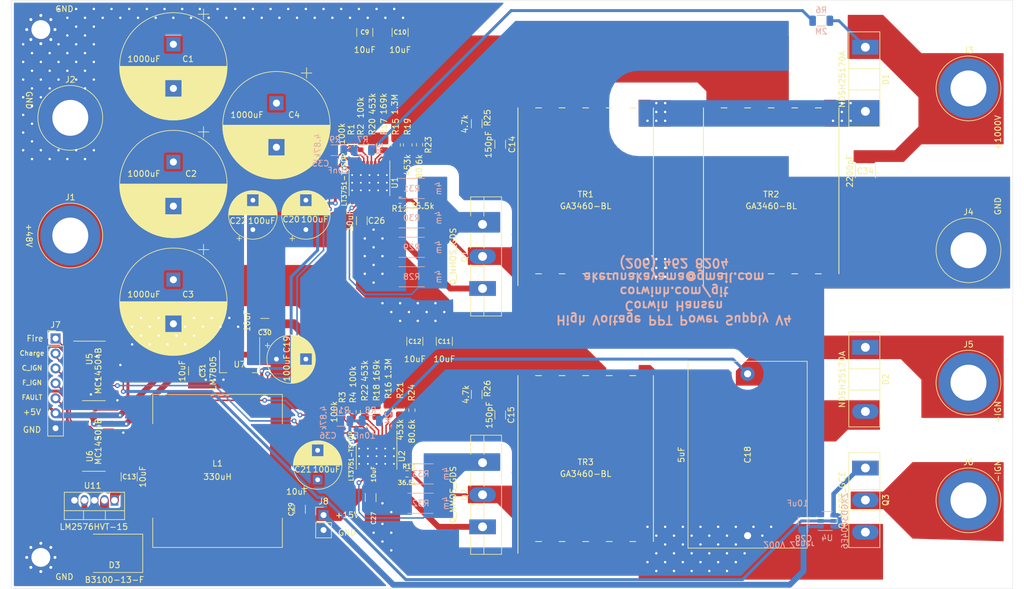
<source format=kicad_pcb>
(kicad_pcb (version 20171130) (host pcbnew 5.99.0+really5.1.12+dfsg1-1~bpo11+1)
  (layers (0 F.Cu signal) (31 B.Cu signal) (34 B.Paste user) (35 F.Paste user) (36 B.SilkS user) (37 F.SilkS user) (38 B.Mask user) (39 F.Mask user) (44 Edge.Cuts user))
  (net 0 "")
  (net 1 GND)
  (net 2 VCC)
  (net 3 Vtrans)
  (net 4 /Transformer/out+)
  (net 5 "Net-(Q1-Pad3)")
  (net 6 /Transformer/in-)
  (net 7 ~FAULT~)
  (net 8 "Net-(C15-Pad1)")
  (net 9 "Net-(D2-Pad2)")
  (net 10 FIRE)
  (net 11 CHARGE)
  (net 12 CHARGE_IGN)
  (net 13 ~FAULT_5V~)
  (net 14 ~FAULT_IGN_5V~)
  (net 15 "Net-(R13-Pad2)")
  (net 16 "Net-(R17-Pad1)")
  (net 17 "Net-(R18-Pad1)")
  (net 18 "Net-(R19-Pad1)")
  (net 19 "Net-(R20-Pad1)")
  (net 20 "Net-(R21-Pad1)")
  (net 21 "Net-(R22-Pad1)")
  (net 22 ~FAULT_IGN~)
  (net 23 CHARGE_IGN_5V)
  (net 24 CHARGE_5V)
  (net 25 FIRE_5V)
  (net 26 "Net-(C14-Pad1)")
  (net 27 "Net-(C15-Pad2)")
  (net 28 "Net-(C18-Pad1)")
  (net 29 +5VD)
  (net 30 "Net-(C34-Pad1)")
  (net 31 "Net-(C35-Pad1)")
  (net 32 "Net-(C36-Pad1)")
  (net 33 "Net-(R1-Pad1)")
  (net 34 "Net-(R3-Pad1)")
  (net 35 "Net-(R6-Pad2)")
  (net 36 "Net-(R12-Pad2)")
  (net 37 "Net-(R15-Pad1)")
  (net 38 "Net-(R16-Pad1)")
  (net 39 "Net-(R23-Pad2)")
  (net 40 "Net-(R24-Pad2)")
  (net 41 "Net-(U5-Pad15)")
  (net 42 "Net-(U5-Pad12)")
  (net 43 "Net-(U5-Pad10)")
  (net 44 "Net-(U6-Pad15)")
  (net 45 "Net-(U6-Pad12)")
  (net 46 "Net-(U6-Pad10)")
  (net 47 "Net-(U6-Pad6)")
  (net 48 "Net-(D3-Pad1)")
  (net 49 "Net-(Q1-Pad1)")
  (net 50 "Net-(Q2-Pad3)")
  (net 51 "Net-(Q2-Pad1)")
  (net 52 "Net-(Q3-Pad1)")
  (net 53 "Net-(J6-Pad1)")
  (module Connector_PinHeader_2.54mm:PinHeader_1x07_P2.54mm_Vertical (layer F.Cu) (at 27.5 97.5)
    (fp_text reference J7 (at 0 -2.33) (layer F.SilkS))
    (fp_text value Conn_01x07_Female)
    (pad 7 thru_hole oval (at 0 15.24) (size 1.7 1.7) (drill 1) (layers *.Cu *.Mask) (net 1 GND))
    (pad 6 thru_hole oval (at 0 12.7) (size 1.7 1.7) (drill 1) (layers *.Cu *.Mask) (net 29 +5VD))
    (pad 5 thru_hole oval (at 0 10.16) (size 1.7 1.7) (drill 1) (layers *.Cu *.Mask) (net 13 ~FAULT_5V~))
    (pad 4 thru_hole oval (at 0 7.62) (size 1.7 1.7) (drill 1) (layers *.Cu *.Mask) (net 14 ~FAULT_IGN_5V~))
    (pad 3 thru_hole oval (at 0 5.08) (size 1.7 1.7) (drill 1) (layers *.Cu *.Mask) (net 23 CHARGE_IGN_5V))
    (pad 2 thru_hole oval (at 0 2.54) (size 1.7 1.7) (drill 1) (layers *.Cu *.Mask) (net 24 CHARGE_5V))
    (pad 1 thru_hole rect (at 0 0) (size 1.7 1.7) (drill 1) (layers *.Cu *.Mask) (net 25 FIRE_5V))
  )
  (module Connector_PinHeader_2.54mm:PinHeader_1x02_P2.54mm_Vertical (layer F.Cu) (at 73 127.5)
    (fp_text reference J8 (at 0 -2.33) (layer F.SilkS))
    (fp_text value Conn_01x02_Female)
    (pad 2 thru_hole oval (at 0 2.54) (size 1.7 1.7) (drill 1) (layers *.Cu *.Mask) (net 1 GND))
    (pad 1 thru_hole rect (at 0 0) (size 1.7 1.7) (drill 1) (layers *.Cu *.Mask) (net 2 VCC))
  )
  (module Connector:Banana_Jack_1Pin (layer F.Cu) (at 182.5 125)
    (fp_text reference J6 (at 0 -6.5) (layer F.SilkS))
    (fp_text value Conn_01x01_Male)
    (pad 1 thru_hole circle (at 0 0) (size 10.16 10.16) (drill 6.1) (layers *.Cu *.Mask) (net 53 "Net-(J6-Pad1)"))
  )
  (module Connector:Banana_Jack_1Pin (layer F.Cu) (at 182.5 105)
    (fp_text reference J5 (at 0 -6.5) (layer F.SilkS))
    (fp_text value Conn_01x01_Male)
    (pad 1 thru_hole circle (at 0 0) (size 10.16 10.16) (drill 6.1) (layers *.Cu *.Mask) (net 28 "Net-(C18-Pad1)"))
  )
  (module Connector:Banana_Jack_1Pin (layer F.Cu) (at 182.5 82.5)
    (fp_text reference J4 (at 0 -6.5) (layer F.SilkS))
    (fp_text value Conn_01x01_Male)
    (pad 1 thru_hole circle (at 0 0) (size 10.16 10.16) (drill 6.1) (layers *.Cu *.Mask) (net 1 GND))
  )
  (module Connector:Banana_Jack_1Pin (layer F.Cu) (at 182.5 55)
    (fp_text reference J3 (at 0 -6.5) (layer F.SilkS))
    (fp_text value Conn_01x01_Male)
    (pad 1 thru_hole circle (at 0 0) (size 10.16 10.16) (drill 6.1) (layers *.Cu *.Mask) (net 30 "Net-(C34-Pad1)"))
  )
  (module Connector:Banana_Jack_1Pin (layer F.Cu) (at 30 60)
    (fp_text reference J2 (at 0 -6.5) (layer F.SilkS))
    (fp_text value Conn_01x01_Male)
    (pad 1 thru_hole circle (at 0 0) (size 10.16 10.16) (drill 6.1) (layers *.Cu *.Mask) (net 1 GND))
  )
  (module Connector:Banana_Jack_1Pin (layer F.Cu) (at 30 80)
    (fp_text reference J1 (at 0 -6.5) (layer F.SilkS))
    (fp_text value Conn_01x01_Male)
    (pad 1 thru_hole circle (at 0 0) (size 10.16 10.16) (drill 6.1) (layers *.Cu *.Mask) (net 3 Vtrans))
  )
  (module Capacitor_THT:CP_Radial_D18.0mm_P7.50mm (layer F.Cu) (at 47.5 87.5 270)
    (fp_text reference C3 (at 2.5 -2.5) (layer F.SilkS))
    (fp_text value 1000uF (at 2.5 5) (layer F.SilkS))
    (pad 2 thru_hole circle (at 7.5 0 270) (size 2.4 2.4) (drill 1.2) (layers *.Cu *.Mask) (net 1 GND))
    (pad 1 thru_hole rect (at 0 0 270) (size 2.4 2.4) (drill 1.2) (layers *.Cu *.Mask) (net 3 Vtrans))
  )
  (module Capacitor_THT:CP_Radial_D18.0mm_P7.50mm (layer F.Cu) (at 47.5 47.5 270)
    (fp_text reference C1 (at 2.5 -2.5) (layer F.SilkS))
    (fp_text value 1000uF (at 2.5 5) (layer F.SilkS))
    (pad 2 thru_hole circle (at 7.5 0 270) (size 2.4 2.4) (drill 1.2) (layers *.Cu *.Mask) (net 1 GND))
    (pad 1 thru_hole rect (at 0 0 270) (size 2.4 2.4) (drill 1.2) (layers *.Cu *.Mask) (net 3 Vtrans))
  )
  (module MountingHole:MountingHole_3.2mm_M3 (layer F.Cu) (at 185 135)
    (fp_text reference H4 hide)
    (fp_text value MountingHole_Pad)
    (pad 1 np_thru_hole circle (at 0 0) (size 3.2 3.2) (drill 3.2) (layers *.Cu *.Mask))
  )
  (module MountingHole:MountingHole_3.2mm_M3 (layer F.Cu) (at 185 45)
    (fp_text reference H3 hide)
    (fp_text value MountingHole_Pad)
    (pad 1 np_thru_hole circle (at 0 0) (size 3.2 3.2) (drill 3.2) (layers *.Cu *.Mask))
  )
  (module Package_TO_SOT_THT:TO-220-5_Vertical (layer F.Cu) (at 37.5 125 180)
    (fp_text reference U11 (at 3.7 2.5) (layer F.SilkS))
    (fp_text value LM2576HVT-15)
    (pad 5 thru_hole oval (at 6.8 0 180) (size 1.275 1.8) (drill 1.1) (layers *.Cu *.Mask) (net 1 GND))
    (pad 4 thru_hole oval (at 5.1 0 180) (size 1.275 1.8) (drill 1.1) (layers *.Cu *.Mask) (net 2 VCC))
    (pad 3 thru_hole oval (at 3.4 0 180) (size 1.275 1.8) (drill 1.1) (layers *.Cu *.Mask) (net 1 GND))
    (pad 2 thru_hole oval (at 1.7 0 180) (size 1.275 1.8) (drill 1.1) (layers *.Cu *.Mask) (net 48 "Net-(D3-Pad1)"))
    (pad 1 thru_hole rect (at 0 0 180) (size 1.275 1.8) (drill 1.1) (layers *.Cu *.Mask) (net 3 Vtrans))
  )
  (module High_Voltage_Power_Supply:60B334C (layer F.Cu) (at 55 120)
    (fp_text reference L1 (at 0 -1.27) (layer F.SilkS))
    (fp_text value 330uH)
    (pad 2 smd rect (at 10.4 0) (size 3 14) (layers F.Cu F.Paste F.Mask) (net 2 VCC))
    (pad 1 smd rect (at -10.4 0 90) (size 14 3) (layers F.Cu F.Paste F.Mask) (net 48 "Net-(D3-Pad1)"))
  )
  (module Capacitor_THT:CP_Radial_D8.0mm_P5.00mm (layer F.Cu) (at 65 101)
    (fp_text reference C19 (at 1.75 -2.5 90) (layer F.SilkS))
    (fp_text value 100uF (at 1.75 1.5 90) (layer F.SilkS))
    (pad 2 thru_hole circle (at 5 0) (size 1.6 1.6) (drill 0.8) (layers *.Cu *.Mask) (net 1 GND))
    (pad 1 thru_hole rect (at 0 0) (size 1.6 1.6) (drill 0.8) (layers *.Cu *.Mask) (net 2 VCC))
  )
  (module MountingHole:MountingHole_3.2mm_M3_Pad_Via (layer F.Cu) (at 25 134.697056)
    (fp_text reference H2 hide)
    (fp_text value MountingHole_Pad)
    (pad 1 thru_hole circle (at 1.697056 -1.697056) (size 0.8 0.8) (drill 0.5) (layers *.Cu *.Mask) (net 1 GND))
    (pad 1 thru_hole circle (at 0 -2.4) (size 0.8 0.8) (drill 0.5) (layers *.Cu *.Mask) (net 1 GND))
    (pad 1 thru_hole circle (at -1.697056 -1.697056) (size 0.8 0.8) (drill 0.5) (layers *.Cu *.Mask) (net 1 GND))
    (pad 1 thru_hole circle (at -2.4 0) (size 0.8 0.8) (drill 0.5) (layers *.Cu *.Mask) (net 1 GND))
    (pad 1 thru_hole circle (at -1.697056 1.697056) (size 0.8 0.8) (drill 0.5) (layers *.Cu *.Mask) (net 1 GND))
    (pad 1 thru_hole circle (at 0 2.4) (size 0.8 0.8) (drill 0.5) (layers *.Cu *.Mask) (net 1 GND))
    (pad 1 thru_hole circle (at 1.697056 1.697056) (size 0.8 0.8) (drill 0.5) (layers *.Cu *.Mask) (net 1 GND))
    (pad 1 thru_hole circle (at 2.4 0) (size 0.8 0.8) (drill 0.5) (layers *.Cu *.Mask) (net 1 GND))
    (pad 1 thru_hole circle (at 0 0) (size 6.4 6.4) (drill 3.2) (layers *.Cu *.Mask) (net 1 GND))
  )
  (module MountingHole:MountingHole_3.2mm_M3_Pad_Via (layer F.Cu) (at 25 45)
    (fp_text reference H1 hide)
    (fp_text value MountingHole_Pad)
    (pad 1 thru_hole circle (at 1.697056 -1.697056) (size 0.8 0.8) (drill 0.5) (layers *.Cu *.Mask) (net 1 GND))
    (pad 1 thru_hole circle (at 0 -2.4) (size 0.8 0.8) (drill 0.5) (layers *.Cu *.Mask) (net 1 GND))
    (pad 1 thru_hole circle (at -1.697056 -1.697056) (size 0.8 0.8) (drill 0.5) (layers *.Cu *.Mask) (net 1 GND))
    (pad 1 thru_hole circle (at -2.4 0) (size 0.8 0.8) (drill 0.5) (layers *.Cu *.Mask) (net 1 GND))
    (pad 1 thru_hole circle (at -1.697056 1.697056) (size 0.8 0.8) (drill 0.5) (layers *.Cu *.Mask) (net 1 GND))
    (pad 1 thru_hole circle (at 0 2.4) (size 0.8 0.8) (drill 0.5) (layers *.Cu *.Mask) (net 1 GND))
    (pad 1 thru_hole circle (at 1.697056 1.697056) (size 0.8 0.8) (drill 0.5) (layers *.Cu *.Mask) (net 1 GND))
    (pad 1 thru_hole circle (at 2.4 0) (size 0.8 0.8) (drill 0.5) (layers *.Cu *.Mask) (net 1 GND))
    (pad 1 thru_hole circle (at 0 0) (size 6.4 6.4) (drill 3.2) (layers *.Cu *.Mask) (net 1 GND))
  )
  (module Package_TO_SOT_SMD:SOT-223-3_TabPin2 (layer F.Cu) (at 58.75 101.4 270)
    (fp_text reference U7 (at 0.5 0 180) (layer F.SilkS))
    (fp_text value LM7805 (at 2 4.5 270) (layer F.SilkS))
    (pad 1 smd rect (at -3.15 -2.3 270) (size 2 1.5) (layers F.Cu F.Paste F.Mask) (net 2 VCC))
    (pad 3 smd rect (at -3.15 2.3 270) (size 2 1.5) (layers F.Cu F.Paste F.Mask) (net 29 +5VD))
    (pad 2 smd rect (at -3.15 0 270) (size 2 1.5) (layers F.Cu F.Paste F.Mask) (net 1 GND))
    (pad 2 smd rect (at 3.15 0 270) (size 2 3.8) (layers F.Cu F.Paste F.Mask) (net 1 GND))
  )
  (module Package_SO:SOIC-16_3.9x9.9mm_P1.27mm (layer F.Cu) (at 34 115)
    (fp_text reference U6 (at -0.7 2.5 90) (layer F.SilkS))
    (fp_text value MC14504B (at 0.75 0 90) (layer F.SilkS))
    (pad 16 smd roundrect (at 2.475 -4.445) (size 1.95 0.6) (layers F.Cu F.Paste F.Mask) (net 29 +5VD))
    (pad 15 smd roundrect (at 2.475 -3.175) (size 1.95 0.6) (layers F.Cu F.Paste F.Mask) (net 44 "Net-(U6-Pad15)"))
    (pad 14 smd roundrect (at 2.475 -1.905) (size 1.95 0.6) (layers F.Cu F.Paste F.Mask) (net 1 GND))
    (pad 13 smd roundrect (at 2.475 -0.635) (size 1.95 0.6) (layers F.Cu F.Paste F.Mask) (net 1 GND))
    (pad 12 smd roundrect (at 2.475 0.635) (size 1.95 0.6) (layers F.Cu F.Paste F.Mask) (net 45 "Net-(U6-Pad12)"))
    (pad 11 smd roundrect (at 2.475 1.905) (size 1.95 0.6) (layers F.Cu F.Paste F.Mask) (net 1 GND))
    (pad 10 smd roundrect (at 2.475 3.175) (size 1.95 0.6) (layers F.Cu F.Paste F.Mask) (net 46 "Net-(U6-Pad10)"))
    (pad 9 smd roundrect (at 2.475 4.445) (size 1.95 0.6) (layers F.Cu F.Paste F.Mask) (net 1 GND))
    (pad 8 smd roundrect (at -2.475 4.445) (size 1.95 0.6) (layers F.Cu F.Paste F.Mask) (net 1 GND))
    (pad 7 smd roundrect (at -2.475 3.175) (size 1.95 0.6) (layers F.Cu F.Paste F.Mask) (net 1 GND))
    (pad 6 smd roundrect (at -2.475 1.905) (size 1.95 0.6) (layers F.Cu F.Paste F.Mask) (net 47 "Net-(U6-Pad6)"))
    (pad 5 smd roundrect (at -2.475 0.635) (size 1.95 0.6) (layers F.Cu F.Paste F.Mask) (net 22 ~FAULT_IGN~))
    (pad 4 smd roundrect (at -2.475 -0.635) (size 1.95 0.6) (layers F.Cu F.Paste F.Mask) (net 13 ~FAULT_5V~))
    (pad 3 smd roundrect (at -2.475 -1.905) (size 1.95 0.6) (layers F.Cu F.Paste F.Mask) (net 7 ~FAULT~))
    (pad 2 smd roundrect (at -2.475 -3.175) (size 1.95 0.6) (layers F.Cu F.Paste F.Mask) (net 14 ~FAULT_IGN_5V~))
    (pad 1 smd roundrect (at -2.475 -4.445) (size 1.95 0.6) (layers F.Cu F.Paste F.Mask) (net 2 VCC))
  )
  (module Package_SO:SOIC-16_3.9x9.9mm_P1.27mm (layer F.Cu) (at 34 103)
    (fp_text reference U5 (at -0.75 -2 90) (layer F.SilkS))
    (fp_text value MC14504B (at 0.75 0 90) (layer F.SilkS))
    (pad 1 smd roundrect (at -2.475 -4.445) (size 1.95 0.6) (layers F.Cu F.Paste F.Mask) (net 29 +5VD))
    (pad 2 smd roundrect (at -2.475 -3.175) (size 1.95 0.6) (layers F.Cu F.Paste F.Mask) (net 10 FIRE))
    (pad 3 smd roundrect (at -2.475 -1.905) (size 1.95 0.6) (layers F.Cu F.Paste F.Mask) (net 25 FIRE_5V))
    (pad 4 smd roundrect (at -2.475 -0.635) (size 1.95 0.6) (layers F.Cu F.Paste F.Mask) (net 11 CHARGE))
    (pad 5 smd roundrect (at -2.475 0.635) (size 1.95 0.6) (layers F.Cu F.Paste F.Mask) (net 24 CHARGE_5V))
    (pad 6 smd roundrect (at -2.475 1.905) (size 1.95 0.6) (layers F.Cu F.Paste F.Mask) (net 12 CHARGE_IGN))
    (pad 7 smd roundrect (at -2.475 3.175) (size 1.95 0.6) (layers F.Cu F.Paste F.Mask) (net 23 CHARGE_IGN_5V))
    (pad 8 smd roundrect (at -2.475 4.445) (size 1.95 0.6) (layers F.Cu F.Paste F.Mask) (net 1 GND))
    (pad 9 smd roundrect (at 2.475 4.445) (size 1.95 0.6) (layers F.Cu F.Paste F.Mask) (net 1 GND))
    (pad 10 smd roundrect (at 2.475 3.175) (size 1.95 0.6) (layers F.Cu F.Paste F.Mask) (net 43 "Net-(U5-Pad10)"))
    (pad 11 smd roundrect (at 2.475 1.905) (size 1.95 0.6) (layers F.Cu F.Paste F.Mask) (net 1 GND))
    (pad 12 smd roundrect (at 2.475 0.635) (size 1.95 0.6) (layers F.Cu F.Paste F.Mask) (net 42 "Net-(U5-Pad12)"))
    (pad 13 smd roundrect (at 2.475 -0.635) (size 1.95 0.6) (layers F.Cu F.Paste F.Mask) (net 1 GND))
    (pad 14 smd roundrect (at 2.475 -1.905) (size 1.95 0.6) (layers F.Cu F.Paste F.Mask) (net 1 GND))
    (pad 15 smd roundrect (at 2.475 -3.175) (size 1.95 0.6) (layers F.Cu F.Paste F.Mask) (net 41 "Net-(U5-Pad15)"))
    (pad 16 smd roundrect (at 2.475 -4.445) (size 1.95 0.6) (layers F.Cu F.Paste F.Mask) (net 2 VCC))
  )
  (module Package_TO_SOT_SMD:SOT-23-6 (layer B.Cu) (at 158.5 128.5)
    (fp_text reference U4 (at 0 2.9) (layer B.SilkS) (effects (justify mirror)))
    (fp_text value ZXGD3004E6 (at 3 0 90) (layer B.SilkS) (effects (justify mirror)))
    (pad 5 smd rect (at 1.1 0) (size 1.06 0.65) (layers B.Cu B.Paste B.Mask) (net 10 FIRE))
    (pad 6 smd rect (at 1.1 0.95) (size 1.06 0.65) (layers B.Cu B.Paste B.Mask) (net 52 "Net-(Q3-Pad1)"))
    (pad 4 smd rect (at 1.1 -0.95) (size 1.06 0.65) (layers B.Cu B.Paste B.Mask) (net 52 "Net-(Q3-Pad1)"))
    (pad 3 smd rect (at -1.1 -0.95) (size 1.06 0.65) (layers B.Cu B.Paste B.Mask) (net 1 GND))
    (pad 2 smd rect (at -1.1 0) (size 1.06 0.65) (layers B.Cu B.Paste B.Mask) (net 10 FIRE))
    (pad 1 smd rect (at -1.1 0.95) (size 1.06 0.65) (layers B.Cu B.Paste B.Mask) (net 2 VCC))
  )
  (module Package_SO:HTSSOP-20-1EP_4.4x6.5mm_P0.65mm_EP3.4x6.5mm_ThermalVias (layer F.Cu) (at 82 117.5 270)
    (fp_text reference U2 (at 0 -4.3 90) (layer F.SilkS))
    (fp_text value LT3751-TSSOP (at 0 4.3 90) (layer F.SilkS) (effects (font (size 0.75 0.75))))
    (pad 21 thru_hole circle (at -1.3 2.95 270) (size 0.6 0.6) (drill 0.3) (layers *.Cu) (net 1 GND))
    (pad 21 thru_hole circle (at 0 2.95 270) (size 0.6 0.6) (drill 0.3) (layers *.Cu) (net 1 GND))
    (pad 21 thru_hole circle (at 1.3 2.95 270) (size 0.6 0.6) (drill 0.3) (layers *.Cu) (net 1 GND))
    (pad 21 thru_hole circle (at -1.3 1.475 270) (size 0.6 0.6) (drill 0.3) (layers *.Cu) (net 1 GND))
    (pad 21 thru_hole circle (at 0 1.475 270) (size 0.6 0.6) (drill 0.3) (layers *.Cu) (net 1 GND))
    (pad 21 thru_hole circle (at 1.3 1.475 270) (size 0.6 0.6) (drill 0.3) (layers *.Cu) (net 1 GND))
    (pad 21 thru_hole circle (at -1.3 0 270) (size 0.6 0.6) (drill 0.3) (layers *.Cu) (net 1 GND))
    (pad 21 thru_hole circle (at 0 0 270) (size 0.6 0.6) (drill 0.3) (layers *.Cu) (net 1 GND))
    (pad 21 thru_hole circle (at 1.3 0 270) (size 0.6 0.6) (drill 0.3) (layers *.Cu) (net 1 GND))
    (pad 21 thru_hole circle (at -1.3 -1.475 270) (size 0.6 0.6) (drill 0.3) (layers *.Cu) (net 1 GND))
    (pad 21 thru_hole circle (at 0 -1.475 270) (size 0.6 0.6) (drill 0.3) (layers *.Cu) (net 1 GND))
    (pad 21 thru_hole circle (at 1.3 -1.475 270) (size 0.6 0.6) (drill 0.3) (layers *.Cu) (net 1 GND))
    (pad 21 thru_hole circle (at 1.3 -2.95 270) (size 0.6 0.6) (drill 0.3) (layers *.Cu) (net 1 GND))
    (pad 21 thru_hole circle (at 0 -2.95 270) (size 0.6 0.6) (drill 0.3) (layers *.Cu) (net 1 GND))
    (pad 21 smd rect (at 0 0 270) (size 3.4 6.5) (layers F.Cu F.Mask) (net 1 GND))
    (pad 21 thru_hole circle (at -1.3 -2.95 270) (size 0.6 0.6) (drill 0.3) (layers *.Cu) (net 1 GND))
    (pad 20 smd rect (at 2.95 -2.92 270) (size 1.45 0.45) (layers F.Cu F.Paste F.Mask) (net 15 "Net-(R13-Pad2)"))
    (pad 19 smd rect (at 2.95 -2.27 270) (size 1.45 0.45) (layers F.Cu F.Paste F.Mask))
    (pad 18 smd rect (at 2.95 -1.62 270) (size 1.45 0.45) (layers F.Cu F.Paste F.Mask) (net 1 GND))
    (pad 17 smd rect (at 2.95 -0.97 270) (size 1.45 0.45) (layers F.Cu F.Paste F.Mask))
    (pad 16 smd rect (at 2.95 -0.33 270) (size 1.45 0.45) (layers F.Cu F.Paste F.Mask) (net 1 GND))
    (pad 15 smd rect (at 2.95 0.33 270) (size 1.45 0.45) (layers F.Cu F.Paste F.Mask) (net 51 "Net-(Q2-Pad1)"))
    (pad 14 smd rect (at 2.95 0.97 270) (size 1.45 0.45) (layers F.Cu F.Paste F.Mask) (net 2 VCC))
    (pad 13 smd rect (at 2.95 1.62 270) (size 1.45 0.45) (layers F.Cu F.Paste F.Mask) (net 2 VCC))
    (pad 12 smd rect (at 2.95 2.27 270) (size 1.45 0.45) (layers F.Cu F.Paste F.Mask) (net 50 "Net-(Q2-Pad3)"))
    (pad 11 smd rect (at 2.95 2.92 270) (size 1.45 0.45) (layers F.Cu F.Paste F.Mask) (net 1 GND))
    (pad 10 smd rect (at -2.95 2.92 270) (size 1.45 0.45) (layers F.Cu F.Paste F.Mask) (net 32 "Net-(C36-Pad1)"))
    (pad 9 smd rect (at -2.95 2.27 270) (size 1.45 0.45) (layers F.Cu F.Paste F.Mask) (net 1 GND))
    (pad 8 smd rect (at -2.95 1.62 270) (size 1.45 0.45) (layers F.Cu F.Paste F.Mask) (net 12 CHARGE_IGN))
    (pad 7 smd rect (at -2.95 0.97 270) (size 1.45 0.45) (layers F.Cu F.Paste F.Mask) (net 34 "Net-(R3-Pad1)"))
    (pad 6 smd rect (at -2.95 0.33 270) (size 1.45 0.45) (layers F.Cu F.Paste F.Mask) (net 22 ~FAULT_IGN~))
    (pad 5 smd rect (at -2.95 -0.33 270) (size 1.45 0.45) (layers F.Cu F.Paste F.Mask) (net 21 "Net-(R22-Pad1)"))
    (pad 4 smd rect (at -2.95 -0.97 270) (size 1.45 0.45) (layers F.Cu F.Paste F.Mask) (net 17 "Net-(R18-Pad1)"))
    (pad 3 smd rect (at -2.95 -1.62 270) (size 1.45 0.45) (layers F.Cu F.Paste F.Mask) (net 38 "Net-(R16-Pad1)"))
    (pad 2 smd rect (at -2.95 -2.27 270) (size 1.45 0.45) (layers F.Cu F.Paste F.Mask) (net 20 "Net-(R21-Pad1)"))
    (pad 1 smd rect (at -2.95 -2.92 270) (size 1.45 0.45) (layers F.Cu F.Paste F.Mask) (net 40 "Net-(R24-Pad2)"))
    (pad 21 smd rect (at 0 0 270) (size 3.4 6.5) (layers B.Cu) (net 1 GND))
  )
  (module Package_SO:HTSSOP-20-1EP_4.4x6.5mm_P0.65mm_EP3.4x6.5mm_ThermalVias (layer F.Cu) (at 80.8 71.025 270)
    (fp_text reference U1 (at 0 -4.3 90) (layer F.SilkS))
    (fp_text value LT3751-TSSOP (at -0.525 4.3 90) (layer F.SilkS) (effects (font (size 0.8 0.8))))
    (pad 21 thru_hole circle (at -1.3 2.95 270) (size 0.6 0.6) (drill 0.3) (layers *.Cu) (net 1 GND))
    (pad 21 thru_hole circle (at 0 2.95 270) (size 0.6 0.6) (drill 0.3) (layers *.Cu) (net 1 GND))
    (pad 21 thru_hole circle (at 1.3 2.95 270) (size 0.6 0.6) (drill 0.3) (layers *.Cu) (net 1 GND))
    (pad 21 thru_hole circle (at -1.3 1.475 270) (size 0.6 0.6) (drill 0.3) (layers *.Cu) (net 1 GND))
    (pad 21 thru_hole circle (at 0 1.475 270) (size 0.6 0.6) (drill 0.3) (layers *.Cu) (net 1 GND))
    (pad 21 thru_hole circle (at 1.3 1.475 270) (size 0.6 0.6) (drill 0.3) (layers *.Cu) (net 1 GND))
    (pad 21 thru_hole circle (at -1.3 0 270) (size 0.6 0.6) (drill 0.3) (layers *.Cu) (net 1 GND))
    (pad 21 thru_hole circle (at 0 0 270) (size 0.6 0.6) (drill 0.3) (layers *.Cu) (net 1 GND))
    (pad 21 thru_hole circle (at 1.3 0 270) (size 0.6 0.6) (drill 0.3) (layers *.Cu) (net 1 GND))
    (pad 21 thru_hole circle (at -1.3 -1.475 270) (size 0.6 0.6) (drill 0.3) (layers *.Cu) (net 1 GND))
    (pad 21 thru_hole circle (at 0 -1.475 270) (size 0.6 0.6) (drill 0.3) (layers *.Cu) (net 1 GND))
    (pad 21 thru_hole circle (at 1.3 -1.475 270) (size 0.6 0.6) (drill 0.3) (layers *.Cu) (net 1 GND))
    (pad 21 thru_hole circle (at 1.3 -2.95 270) (size 0.6 0.6) (drill 0.3) (layers *.Cu) (net 1 GND))
    (pad 21 thru_hole circle (at 0 -2.95 270) (size 0.6 0.6) (drill 0.3) (layers *.Cu) (net 1 GND))
    (pad 21 smd rect (at 0 0 270) (size 3.4 6.5) (layers F.Cu F.Mask) (net 1 GND))
    (pad 21 thru_hole circle (at -1.3 -2.95 270) (size 0.6 0.6) (drill 0.3) (layers *.Cu) (net 1 GND))
    (pad 20 smd rect (at 2.95 -2.92 270) (size 1.45 0.45) (layers F.Cu F.Paste F.Mask) (net 36 "Net-(R12-Pad2)"))
    (pad 19 smd rect (at 2.95 -2.27 270) (size 1.45 0.45) (layers F.Cu F.Paste F.Mask))
    (pad 18 smd rect (at 2.95 -1.62 270) (size 1.45 0.45) (layers F.Cu F.Paste F.Mask) (net 1 GND))
    (pad 17 smd rect (at 2.95 -0.97 270) (size 1.45 0.45) (layers F.Cu F.Paste F.Mask))
    (pad 16 smd rect (at 2.95 -0.33 270) (size 1.45 0.45) (layers F.Cu F.Paste F.Mask) (net 1 GND))
    (pad 15 smd rect (at 2.95 0.33 270) (size 1.45 0.45) (layers F.Cu F.Paste F.Mask) (net 49 "Net-(Q1-Pad1)"))
    (pad 14 smd rect (at 2.95 0.97 270) (size 1.45 0.45) (layers F.Cu F.Paste F.Mask) (net 2 VCC))
    (pad 13 smd rect (at 2.95 1.62 270) (size 1.45 0.45) (layers F.Cu F.Paste F.Mask) (net 2 VCC))
    (pad 12 smd rect (at 2.95 2.27 270) (size 1.45 0.45) (layers F.Cu F.Paste F.Mask) (net 5 "Net-(Q1-Pad3)"))
    (pad 11 smd rect (at 2.95 2.92 270) (size 1.45 0.45) (layers F.Cu F.Paste F.Mask) (net 1 GND))
    (pad 10 smd rect (at -2.95 2.92 270) (size 1.45 0.45) (layers F.Cu F.Paste F.Mask) (net 31 "Net-(C35-Pad1)"))
    (pad 9 smd rect (at -2.95 2.27 270) (size 1.45 0.45) (layers F.Cu F.Paste F.Mask) (net 1 GND))
    (pad 8 smd rect (at -2.95 1.62 270) (size 1.45 0.45) (layers F.Cu F.Paste F.Mask) (net 11 CHARGE))
    (pad 7 smd rect (at -2.95 0.97 270) (size 1.45 0.45) (layers F.Cu F.Paste F.Mask) (net 33 "Net-(R1-Pad1)"))
    (pad 6 smd rect (at -2.95 0.33 270) (size 1.45 0.45) (layers F.Cu F.Paste F.Mask) (net 7 ~FAULT~))
    (pad 5 smd rect (at -2.95 -0.33 270) (size 1.45 0.45) (layers F.Cu F.Paste F.Mask) (net 19 "Net-(R20-Pad1)"))
    (pad 4 smd rect (at -2.95 -0.97 270) (size 1.45 0.45) (layers F.Cu F.Paste F.Mask) (net 16 "Net-(R17-Pad1)"))
    (pad 3 smd rect (at -2.95 -1.62 270) (size 1.45 0.45) (layers F.Cu F.Paste F.Mask) (net 37 "Net-(R15-Pad1)"))
    (pad 2 smd rect (at -2.95 -2.27 270) (size 1.45 0.45) (layers F.Cu F.Paste F.Mask) (net 18 "Net-(R19-Pad1)"))
    (pad 1 smd rect (at -2.95 -2.92 270) (size 1.45 0.45) (layers F.Cu F.Paste F.Mask) (net 39 "Net-(R23-Pad2)"))
    (pad 21 smd rect (at 0 0 270) (size 3.4 6.5) (layers B.Cu) (net 1 GND))
  )
  (module High_Voltage_Power_Supply:Transformer_Coilcraft_GA3460-BL (layer F.Cu) (at 117.5 118.5)
    (fp_text reference TR3 (at 0 0) (layer F.SilkS))
    (fp_text value GA3460-BL (at 0 2) (layer F.SilkS))
    (pad 12 smd rect (at -10 -14.7) (size 2 2.75) (layers F.Cu F.Paste F.Mask) (net 3 Vtrans))
    (pad 11 smd rect (at -6 -14.7) (size 2 2.75) (layers F.Cu F.Paste F.Mask) (net 3 Vtrans))
    (pad 10 smd rect (at -2 -14.7) (size 2 2.75) (layers F.Cu F.Paste F.Mask) (net 3 Vtrans))
    (pad 9 smd rect (at 2 -14.7) (size 2 2.75) (layers F.Cu F.Paste F.Mask) (net 3 Vtrans))
    (pad 7 smd rect (at 10 -14.7) (size 2 2.75) (layers F.Cu F.Paste F.Mask) (net 9 "Net-(D2-Pad2)"))
    (pad 6 smd rect (at 10 13.5) (size 2 2.75) (layers F.Cu F.Paste F.Mask) (net 1 GND))
    (pad 4 smd rect (at 2 13.5) (size 2 2.75) (layers F.Cu F.Paste F.Mask) (net 27 "Net-(C15-Pad2)"))
    (pad 3 smd rect (at -2 13.5) (size 2 2.75) (layers F.Cu F.Paste F.Mask) (net 27 "Net-(C15-Pad2)"))
    (pad 2 smd rect (at -6 13.5) (size 2 2.75) (layers F.Cu F.Paste F.Mask) (net 27 "Net-(C15-Pad2)"))
    (pad 1 smd rect (at -10 13.5) (size 2 2.75) (layers F.Cu F.Paste F.Mask) (net 27 "Net-(C15-Pad2)"))
  )
  (module High_Voltage_Power_Supply:Transformer_Coilcraft_GA3460-BL (layer F.Cu) (at 149 73)
    (fp_text reference TR2 (at 0 0) (layer F.SilkS))
    (fp_text value GA3460-BL (at 0 2) (layer F.SilkS))
    (pad 12 smd rect (at -10 -14.7) (size 2 2.75) (layers F.Cu F.Paste F.Mask) (net 3 Vtrans))
    (pad 11 smd rect (at -6 -14.7) (size 2 2.75) (layers F.Cu F.Paste F.Mask) (net 3 Vtrans))
    (pad 10 smd rect (at -2 -14.7) (size 2 2.75) (layers F.Cu F.Paste F.Mask) (net 3 Vtrans))
    (pad 9 smd rect (at 2 -14.7) (size 2 2.75) (layers F.Cu F.Paste F.Mask) (net 3 Vtrans))
    (pad 7 smd rect (at 10 -14.7) (size 2 2.75) (layers F.Cu F.Paste F.Mask) (net 4 /Transformer/out+))
    (pad 6 smd rect (at 10 13.5) (size 2 2.75) (layers F.Cu F.Paste F.Mask) (net 1 GND))
    (pad 4 smd rect (at 2 13.5) (size 2 2.75) (layers F.Cu F.Paste F.Mask) (net 6 /Transformer/in-))
    (pad 3 smd rect (at -2 13.5) (size 2 2.75) (layers F.Cu F.Paste F.Mask) (net 6 /Transformer/in-))
    (pad 2 smd rect (at -6 13.5) (size 2 2.75) (layers F.Cu F.Paste F.Mask) (net 6 /Transformer/in-))
    (pad 1 smd rect (at -10 13.5) (size 2 2.75) (layers F.Cu F.Paste F.Mask) (net 6 /Transformer/in-))
  )
  (module High_Voltage_Power_Supply:Transformer_Coilcraft_GA3460-BL (layer F.Cu) (at 117.5 73)
    (fp_text reference TR1 (at 0 0) (layer F.SilkS))
    (fp_text value GA3460-BL (at 0 2) (layer F.SilkS))
    (pad 12 smd rect (at -10 -14.7) (size 2 2.75) (layers F.Cu F.Paste F.Mask) (net 3 Vtrans))
    (pad 11 smd rect (at -6 -14.7) (size 2 2.75) (layers F.Cu F.Paste F.Mask) (net 3 Vtrans))
    (pad 10 smd rect (at -2 -14.7) (size 2 2.75) (layers F.Cu F.Paste F.Mask) (net 3 Vtrans))
    (pad 9 smd rect (at 2 -14.7) (size 2 2.75) (layers F.Cu F.Paste F.Mask) (net 3 Vtrans))
    (pad 7 smd rect (at 10 -14.7) (size 2 2.75) (layers F.Cu F.Paste F.Mask) (net 4 /Transformer/out+))
    (pad 6 smd rect (at 10 13.5) (size 2 2.75) (layers F.Cu F.Paste F.Mask) (net 1 GND))
    (pad 4 smd rect (at 2 13.5) (size 2 2.75) (layers F.Cu F.Paste F.Mask) (net 6 /Transformer/in-))
    (pad 3 smd rect (at -2 13.5) (size 2 2.75) (layers F.Cu F.Paste F.Mask) (net 6 /Transformer/in-))
    (pad 2 smd rect (at -6 13.5) (size 2 2.75) (layers F.Cu F.Paste F.Mask) (net 6 /Transformer/in-))
    (pad 1 smd rect (at -10 13.5) (size 2 2.75) (layers F.Cu F.Paste F.Mask) (net 6 /Transformer/in-))
  )
  (module Resistor_SMD:R_2512_6332Metric (layer B.Cu) (at 89.4625 120.5 180)
    (fp_text reference R33 (at -0.0375 0 180) (layer B.SilkS) (effects (justify mirror)))
    (fp_text value 4m (at -4.2875 0 270) (layer B.SilkS) (effects (justify mirror)))
    (pad 2 smd roundrect (at 2.9625 0 180) (size 1.225 3.35) (layers B.Cu B.Paste B.Mask) (roundrect_rratio 0.204082) (net 1 GND))
    (pad 1 smd roundrect (at -2.9625 0 180) (size 1.225 3.35) (layers B.Cu B.Paste B.Mask) (roundrect_rratio 0.204082) (net 50 "Net-(Q2-Pad3)"))
  )
  (module Resistor_SMD:R_2512_6332Metric (layer B.Cu) (at 89.4625 125.5 180)
    (fp_text reference R32 (at -0.0375 0 180) (layer B.SilkS) (effects (justify mirror)))
    (fp_text value 4m (at -4.2875 0 270) (layer B.SilkS) (effects (justify mirror)))
    (pad 2 smd roundrect (at 2.9625 0 180) (size 1.225 3.35) (layers B.Cu B.Paste B.Mask) (roundrect_rratio 0.204082) (net 1 GND))
    (pad 1 smd roundrect (at -2.9625 0 180) (size 1.225 3.35) (layers B.Cu B.Paste B.Mask) (roundrect_rratio 0.204082) (net 50 "Net-(Q2-Pad3)"))
  )
  (module Resistor_SMD:R_2512_6332Metric (layer B.Cu) (at 87.9625 72 180)
    (fp_text reference R31 (at 0 0 180) (layer B.SilkS) (effects (justify mirror)))
    (fp_text value 4m (at -4.5375 0 270) (layer B.SilkS) (effects (justify mirror)))
    (pad 2 smd roundrect (at 2.9625 0 180) (size 1.225 3.35) (layers B.Cu B.Paste B.Mask) (roundrect_rratio 0.204082) (net 1 GND))
    (pad 1 smd roundrect (at -2.9625 0 180) (size 1.225 3.35) (layers B.Cu B.Paste B.Mask) (roundrect_rratio 0.204082) (net 5 "Net-(Q1-Pad3)"))
  )
  (module Resistor_SMD:R_2512_6332Metric (layer B.Cu) (at 87.9625 77 180)
    (fp_text reference R30 (at 0 0 180) (layer B.SilkS) (effects (justify mirror)))
    (fp_text value 4m (at -4.5375 0 270) (layer B.SilkS) (effects (justify mirror)))
    (pad 2 smd roundrect (at 2.9625 0 180) (size 1.225 3.35) (layers B.Cu B.Paste B.Mask) (roundrect_rratio 0.204082) (net 1 GND))
    (pad 1 smd roundrect (at -2.9625 0 180) (size 1.225 3.35) (layers B.Cu B.Paste B.Mask) (roundrect_rratio 0.204082) (net 5 "Net-(Q1-Pad3)"))
  )
  (module Resistor_SMD:R_2512_6332Metric (layer B.Cu) (at 87.9625 82 180)
    (fp_text reference R29 (at 0 0 180) (layer B.SilkS) (effects (justify mirror)))
    (fp_text value 4m (at -4.5375 0 270) (layer B.SilkS) (effects (justify mirror)))
    (pad 2 smd roundrect (at 2.9625 0 180) (size 1.225 3.35) (layers B.Cu B.Paste B.Mask) (roundrect_rratio 0.204082) (net 1 GND))
    (pad 1 smd roundrect (at -2.9625 0 180) (size 1.225 3.35) (layers B.Cu B.Paste B.Mask) (roundrect_rratio 0.204082) (net 5 "Net-(Q1-Pad3)"))
  )
  (module Resistor_SMD:R_2512_6332Metric (layer B.Cu) (at 87.9625 87 180)
    (fp_text reference R28 (at 0 0 180) (layer B.SilkS) (effects (justify mirror)))
    (fp_text value 4m (at -4.5375 0 270) (layer B.SilkS) (effects (justify mirror)))
    (pad 2 smd roundrect (at 2.9625 0 180) (size 1.225 3.35) (layers B.Cu B.Paste B.Mask) (roundrect_rratio 0.204082) (net 1 GND))
    (pad 1 smd roundrect (at -2.9625 0 180) (size 1.225 3.35) (layers B.Cu B.Paste B.Mask) (roundrect_rratio 0.204082) (net 5 "Net-(Q1-Pad3)"))
  )
  (module Resistor_SMD:R_1206_3216Metric (layer F.Cu) (at 99 107 270)
    (fp_text reference R26 (at -1 -1.82 90) (layer F.SilkS))
    (fp_text value 4.7k (at 0 1.82 90) (layer F.SilkS))
    (pad 2 smd roundrect (at 1.4625 0 270) (size 1.125 1.75) (layers F.Cu F.Paste F.Mask) (roundrect_rratio 0.222222) (net 8 "Net-(C15-Pad1)"))
    (pad 1 smd roundrect (at -1.4625 0 270) (size 1.125 1.75) (layers F.Cu F.Paste F.Mask) (roundrect_rratio 0.222222) (net 3 Vtrans))
  )
  (module Resistor_SMD:R_1206_3216Metric (layer F.Cu) (at 99 61 270)
    (fp_text reference R25 (at -1 -1.82 90) (layer F.SilkS))
    (fp_text value 4.7k (at 0.0375 2 90) (layer F.SilkS))
    (pad 2 smd roundrect (at 1.4625 0 270) (size 1.125 1.75) (layers F.Cu F.Paste F.Mask) (roundrect_rratio 0.222222) (net 26 "Net-(C14-Pad1)"))
    (pad 1 smd roundrect (at -1.4625 0 270) (size 1.125 1.75) (layers F.Cu F.Paste F.Mask) (roundrect_rratio 0.222222) (net 3 Vtrans))
  )
  (module Resistor_SMD:R_0603_1608Metric (layer F.Cu) (at 88 109.675 270)
    (fp_text reference R24 (at -2.975 0.05 90) (layer F.SilkS))
    (fp_text value 80.6k (at 3.575 0 90) (layer F.SilkS))
    (pad 2 smd roundrect (at 0.825 0 270) (size 0.8 0.95) (layers F.Cu F.Paste F.Mask) (net 40 "Net-(R24-Pad2)"))
    (pad 1 smd roundrect (at -0.825 0 270) (size 0.8 0.95) (layers F.Cu F.Paste F.Mask) (net 3 Vtrans))
  )
  (module Resistor_SMD:R_0603_1608Metric (layer F.Cu) (at 89.3 64.575 270)
    (fp_text reference R23 (at 0.025 -1.5 90) (layer F.SilkS))
    (fp_text value 80.6k (at 3.675 0.05 90) (layer F.SilkS))
    (pad 2 smd roundrect (at 0.825 0 270) (size 0.8 0.95) (layers F.Cu F.Paste F.Mask) (net 39 "Net-(R23-Pad2)"))
    (pad 1 smd roundrect (at -0.825 0 270) (size 0.8 0.95) (layers F.Cu F.Paste F.Mask) (net 3 Vtrans))
  )
  (module Resistor_SMD:R_0805_2012Metric (layer F.Cu) (at 80 109.9 90)
    (fp_text reference R22 (at 3.2 0 90) (layer F.SilkS))
    (fp_text value 453k (at 6.9 0 90) (layer F.SilkS))
    (pad 2 smd roundrect (at 0.9125 0 90) (size 1.025 1.4) (layers F.Cu F.Paste F.Mask) (roundrect_rratio 0.243902) (net 2 VCC))
    (pad 1 smd roundrect (at -0.9125 0 90) (size 1.025 1.4) (layers F.Cu F.Paste F.Mask) (roundrect_rratio 0.243902) (net 21 "Net-(R22-Pad1)"))
  )
  (module Resistor_SMD:R_0805_2012Metric (layer F.Cu) (at 86 109.5 90)
    (fp_text reference R21 (at 3.2 0 90) (layer F.SilkS))
    (fp_text value 453k (at -3.5 0 90) (layer F.SilkS))
    (pad 2 smd roundrect (at 0.9125 0 90) (size 1.025 1.4) (layers F.Cu F.Paste F.Mask) (roundrect_rratio 0.243902) (net 3 Vtrans))
    (pad 1 smd roundrect (at -0.9125 0 90) (size 1.025 1.4) (layers F.Cu F.Paste F.Mask) (roundrect_rratio 0.243902) (net 20 "Net-(R21-Pad1)"))
  )
  (module Resistor_SMD:R_0805_2012Metric (layer F.Cu) (at 81.3 64.6 90)
    (fp_text reference R20 (at 3.1 -0.05 90) (layer F.SilkS))
    (fp_text value 453k (at 7 0 90) (layer F.SilkS))
    (pad 2 smd roundrect (at 0.9125 0 90) (size 1.025 1.4) (layers F.Cu F.Paste F.Mask) (roundrect_rratio 0.243902) (net 2 VCC))
    (pad 1 smd roundrect (at -0.9125 0 90) (size 1.025 1.4) (layers F.Cu F.Paste F.Mask) (roundrect_rratio 0.243902) (net 19 "Net-(R20-Pad1)"))
  )
  (module Resistor_SMD:R_0805_2012Metric (layer F.Cu) (at 87.3 64.6 90)
    (fp_text reference R19 (at 3.1 -0.05 90) (layer F.SilkS))
    (fp_text value 453k (at -3.4 -0.05 90) (layer F.SilkS))
    (pad 2 smd roundrect (at 0.9125 0 90) (size 1.025 1.4) (layers F.Cu F.Paste F.Mask) (roundrect_rratio 0.243902) (net 3 Vtrans))
    (pad 1 smd roundrect (at -0.9125 0 90) (size 1.025 1.4) (layers F.Cu F.Paste F.Mask) (roundrect_rratio 0.243902) (net 18 "Net-(R19-Pad1)"))
  )
  (module Resistor_SMD:R_0805_2012Metric (layer F.Cu) (at 82 109.9 90)
    (fp_text reference R18 (at 3.2 0 90) (layer F.SilkS))
    (fp_text value 169k (at 7 0 90) (layer F.SilkS))
    (pad 2 smd roundrect (at 0.9125 0 90) (size 1.025 1.4) (layers F.Cu F.Paste F.Mask) (roundrect_rratio 0.243902) (net 2 VCC))
    (pad 1 smd roundrect (at -0.9125 0 90) (size 1.025 1.4) (layers F.Cu F.Paste F.Mask) (roundrect_rratio 0.243902) (net 17 "Net-(R18-Pad1)"))
  )
  (module Resistor_SMD:R_0805_2012Metric (layer F.Cu) (at 83.3 64.6 90)
    (fp_text reference R17 (at 3.1 -0.05 90) (layer F.SilkS))
    (fp_text value 169k (at 7 -0.1 90) (layer F.SilkS))
    (pad 2 smd roundrect (at 0.9125 0 90) (size 1.025 1.4) (layers F.Cu F.Paste F.Mask) (roundrect_rratio 0.243902) (net 2 VCC))
    (pad 1 smd roundrect (at -0.9125 0 90) (size 1.025 1.4) (layers F.Cu F.Paste F.Mask) (roundrect_rratio 0.243902) (net 16 "Net-(R17-Pad1)"))
  )
  (module Resistor_SMD:R_0805_2012Metric (layer F.Cu) (at 84 109.5 90)
    (fp_text reference R16 (at 3.2 0 90) (layer F.SilkS))
    (fp_text value 1.3M (at 6.9 0 90) (layer F.SilkS))
    (pad 2 smd roundrect (at 0.9125 0 90) (size 1.025 1.4) (layers F.Cu F.Paste F.Mask) (roundrect_rratio 0.243902) (net 3 Vtrans))
    (pad 1 smd roundrect (at -0.9125 0 90) (size 1.025 1.4) (layers F.Cu F.Paste F.Mask) (roundrect_rratio 0.243902) (net 38 "Net-(R16-Pad1)"))
  )
  (module Resistor_SMD:R_0805_2012Metric (layer F.Cu) (at 85.3 64.6 90)
    (fp_text reference R15 (at 3.1 -0.05 90) (layer F.SilkS))
    (fp_text value 1.3M (at 6.9 -0.2 90) (layer F.SilkS))
    (pad 2 smd roundrect (at 0.9125 0 90) (size 1.025 1.4) (layers F.Cu F.Paste F.Mask) (roundrect_rratio 0.243902) (net 3 Vtrans))
    (pad 1 smd roundrect (at -0.9125 0 90) (size 1.025 1.4) (layers F.Cu F.Paste F.Mask) (roundrect_rratio 0.243902) (net 37 "Net-(R15-Pad1)"))
  )
  (module Resistor_SMD:R_0603_1608Metric (layer F.Cu) (at 87.175 120.5 180)
    (fp_text reference R13 (at -0.325 1.25) (layer F.SilkS) (effects (font (size 0.75 0.75))))
    (fp_text value 36.5k (at 0 -1.5) (layer F.SilkS) (effects (font (size 0.75 0.75))))
    (pad 2 smd roundrect (at 0.825 0 180) (size 0.8 0.95) (layers F.Cu F.Paste F.Mask) (net 15 "Net-(R13-Pad2)"))
    (pad 1 smd roundrect (at -0.825 0 180) (size 0.8 0.95) (layers F.Cu F.Paste F.Mask) (net 27 "Net-(C15-Pad2)"))
  )
  (module Resistor_SMD:R_0603_1608Metric (layer F.Cu) (at 86 74 180)
    (fp_text reference R12 (at 0 -1.43) (layer F.SilkS))
    (fp_text value 36.5k (at -3.75 -1) (layer F.SilkS))
    (pad 2 smd roundrect (at 0.825 0 180) (size 0.8 0.95) (layers F.Cu F.Paste F.Mask) (net 36 "Net-(R12-Pad2)"))
    (pad 1 smd roundrect (at -0.825 0 180) (size 0.8 0.95) (layers F.Cu F.Paste F.Mask) (net 6 /Transformer/in-))
  )
  (module Resistor_SMD:R_1206_3216Metric (layer B.Cu) (at 76 111.5 180)
    (fp_text reference R10 (at 0 1.82) (layer B.SilkS) (effects (justify mirror)))
    (fp_text value 4.87k (at 3 0.5 90) (layer B.SilkS) (effects (justify mirror)))
    (pad 2 smd roundrect (at 1.4625 0 180) (size 1.125 1.75) (layers B.Cu B.Paste B.Mask) (roundrect_rratio 0.222222) (net 1 GND))
    (pad 1 smd roundrect (at -1.4625 0 180) (size 1.125 1.75) (layers B.Cu B.Paste B.Mask) (roundrect_rratio 0.222222) (net 32 "Net-(C36-Pad1)"))
  )
  (module Resistor_SMD:R_1206_3216Metric (layer B.Cu) (at 74.9625 65.5 180)
    (fp_text reference R9 (at 0 1.82) (layer B.SilkS) (effects (justify mirror)))
    (fp_text value 4.87k (at 2.9625 0.75 90) (layer B.SilkS) (effects (justify mirror)))
    (pad 2 smd roundrect (at 1.4625 0 180) (size 1.125 1.75) (layers B.Cu B.Paste B.Mask) (roundrect_rratio 0.222222) (net 1 GND))
    (pad 1 smd roundrect (at -1.4625 0 180) (size 1.125 1.75) (layers B.Cu B.Paste B.Mask) (roundrect_rratio 0.222222) (net 31 "Net-(C35-Pad1)"))
  )
  (module Resistor_SMD:R_1206_3216Metric (layer B.Cu) (at 81 111.5 180)
    (fp_text reference R8 (at 0 1.82) (layer B.SilkS) (effects (justify mirror)))
    (fp_text value 2M (at -3 0.5 90) (layer B.SilkS) (effects (justify mirror)))
    (pad 2 smd roundrect (at 1.4625 0 180) (size 1.125 1.75) (layers B.Cu B.Paste B.Mask) (roundrect_rratio 0.222222) (net 32 "Net-(C36-Pad1)"))
    (pad 1 smd roundrect (at -1.4625 0 180) (size 1.125 1.75) (layers B.Cu B.Paste B.Mask) (roundrect_rratio 0.222222) (net 28 "Net-(C18-Pad1)"))
  )
  (module Resistor_SMD:R_1206_3216Metric (layer B.Cu) (at 79.6625 65.5 180)
    (fp_text reference R7 (at 0 1.82) (layer B.SilkS) (effects (justify mirror)))
    (fp_text value 2M (at -2.8375 0.25 90) (layer B.SilkS) (effects (justify mirror)))
    (pad 2 smd roundrect (at 1.4625 0 180) (size 1.125 1.75) (layers B.Cu B.Paste B.Mask) (roundrect_rratio 0.222222) (net 31 "Net-(C35-Pad1)"))
    (pad 1 smd roundrect (at -1.4625 0 180) (size 1.125 1.75) (layers B.Cu B.Paste B.Mask) (roundrect_rratio 0.222222) (net 35 "Net-(R6-Pad2)"))
  )
  (module Resistor_SMD:R_1206_3216Metric (layer B.Cu) (at 157.5 43.5 180)
    (fp_text reference R6 (at 0 1.82) (layer B.SilkS) (effects (justify mirror)))
    (fp_text value 2M (at 0 -1.82) (layer B.SilkS) (effects (justify mirror)))
    (pad 2 smd roundrect (at 1.4625 0 180) (size 1.125 1.75) (layers B.Cu B.Paste B.Mask) (roundrect_rratio 0.222222) (net 35 "Net-(R6-Pad2)"))
    (pad 1 smd roundrect (at -1.4625 0 180) (size 1.125 1.75) (layers B.Cu B.Paste B.Mask) (roundrect_rratio 0.222222) (net 30 "Net-(C34-Pad1)"))
  )
  (module Resistor_SMD:R_0603_1608Metric (layer F.Cu) (at 78 109.95 90)
    (fp_text reference R4 (at 2.45 0 90) (layer F.SilkS))
    (fp_text value 100k (at 5.95 0 90) (layer F.SilkS))
    (pad 2 smd roundrect (at 0.825 0 90) (size 0.8 0.95) (layers F.Cu F.Paste F.Mask) (net 2 VCC))
    (pad 1 smd roundrect (at -0.825 0 90) (size 0.8 0.95) (layers F.Cu F.Paste F.Mask) (net 22 ~FAULT_IGN~))
  )
  (module Resistor_SMD:R_0603_1608Metric (layer F.Cu) (at 76.25 109.95 90)
    (fp_text reference R3 (at 2.45 -0.05 90) (layer F.SilkS))
    (fp_text value 100k (at 0 -1.45 90) (layer F.SilkS))
    (pad 2 smd roundrect (at 0.825 0 90) (size 0.8 0.95) (layers F.Cu F.Paste F.Mask) (net 2 VCC))
    (pad 1 smd roundrect (at -0.825 0 90) (size 0.8 0.95) (layers F.Cu F.Paste F.Mask) (net 34 "Net-(R3-Pad1)"))
  )
  (module Resistor_SMD:R_0603_1608Metric (layer F.Cu) (at 79.3 64.6 90)
    (fp_text reference R2 (at 2.6 0 90) (layer F.SilkS))
    (fp_text value 100k (at 6.35 0 90) (layer F.SilkS))
    (pad 2 smd roundrect (at 0.825 0 90) (size 0.8 0.95) (layers F.Cu F.Paste F.Mask) (net 2 VCC))
    (pad 1 smd roundrect (at -0.825 0 90) (size 0.8 0.95) (layers F.Cu F.Paste F.Mask) (net 7 ~FAULT~))
  )
  (module Resistor_SMD:R_0603_1608Metric (layer F.Cu) (at 77.7 64.6 90)
    (fp_text reference R1 (at 2.6 0 90) (layer F.SilkS))
    (fp_text value 100k (at 1.9 -1.6 90) (layer F.SilkS))
    (pad 2 smd roundrect (at 0.825 0 90) (size 0.8 0.95) (layers F.Cu F.Paste F.Mask) (net 2 VCC))
    (pad 1 smd roundrect (at -0.825 0 90) (size 0.8 0.95) (layers F.Cu F.Paste F.Mask) (net 33 "Net-(R1-Pad1)"))
  )
  (module Package_TO_SOT_THT:TO-247-3_Vertical (layer F.Cu) (at 165 119.5 270)
    (fp_text reference Q3 (at 5.45 -3.45 90) (layer F.SilkS))
    (fp_text value Q_NIGBT_GCE (at 5.45 3.95 90) (layer F.SilkS))
    (pad 3 thru_hole oval (at 10.9 0 270) (size 2.5 4.5) (drill 1.5) (layers *.Cu *.Mask) (net 1 GND))
    (pad 2 thru_hole oval (at 5.45 0 270) (size 2.5 4.5) (drill 1.5) (layers *.Cu *.Mask) (net 53 "Net-(J6-Pad1)"))
    (pad 1 thru_hole rect (at 0 0 270) (size 2.5 4.5) (drill 1.5) (layers *.Cu *.Mask) (net 52 "Net-(Q3-Pad1)"))
  )
  (module Package_TO_SOT_THT:TO-264-3_Vertical (layer F.Cu) (at 100 129.5 90)
    (fp_text reference Q2 (at 5.45 -3.02 90) (layer F.SilkS))
    (fp_text value Q_NMOS_GDS (at 5.45 -5 90) (layer F.SilkS))
    (pad 3 thru_hole oval (at 10.9 0 90) (size 2.5 4.5) (drill 1.5) (layers *.Cu *.Mask) (net 50 "Net-(Q2-Pad3)"))
    (pad 2 thru_hole oval (at 5.45 0 90) (size 2.5 4.5) (drill 1.5) (layers *.Cu *.Mask) (net 27 "Net-(C15-Pad2)"))
    (pad 1 thru_hole rect (at 0 0 90) (size 2.5 4.5) (drill 1.5) (layers *.Cu *.Mask) (net 51 "Net-(Q2-Pad1)"))
  )
  (module Package_TO_SOT_THT:TO-264-3_Vertical (layer F.Cu) (at 100 89 90)
    (fp_text reference Q1 (at 5.45 -3.02 90) (layer F.SilkS))
    (fp_text value Q_NMOS_GDS (at 5.45 -5 90) (layer F.SilkS))
    (pad 3 thru_hole oval (at 10.9 0 90) (size 2.5 4.5) (drill 1.5) (layers *.Cu *.Mask) (net 5 "Net-(Q1-Pad3)"))
    (pad 2 thru_hole oval (at 5.45 0 90) (size 2.5 4.5) (drill 1.5) (layers *.Cu *.Mask) (net 6 /Transformer/in-))
    (pad 1 thru_hole rect (at 0 0 90) (size 2.5 4.5) (drill 1.5) (layers *.Cu *.Mask) (net 49 "Net-(Q1-Pad1)"))
  )
  (module Diode_SMD:D_SMC (layer F.Cu) (at 37.5 134 180)
    (fp_text reference D3 (at 0 -2) (layer F.SilkS))
    (fp_text value B3100-13-F (at 0 -4.5) (layer F.SilkS))
    (pad 2 smd rect (at 3.4 0 270) (size 3.3 2.5) (layers F.Cu F.Paste F.Mask) (net 1 GND))
    (pad 1 smd rect (at -3.4 0 270) (size 3.3 2.5) (layers F.Cu F.Paste F.Mask) (net 48 "Net-(D3-Pad1)"))
  )
  (module Package_TO_SOT_THT:TO-247-2_Vertical (layer F.Cu) (at 165 99 270)
    (fp_text reference D2 (at 5.45 -3.45 90) (layer F.SilkS))
    (fp_text value NDSH25170A (at 5.45 3.95 90) (layer F.SilkS))
    (pad 2 thru_hole oval (at 10.9 0 270) (size 2.5 4.5) (drill 1.5) (layers *.Cu *.Mask) (net 9 "Net-(D2-Pad2)"))
    (pad 1 thru_hole rect (at 0 0 270) (size 2.5 4.5) (drill 1.5) (layers *.Cu *.Mask) (net 28 "Net-(C18-Pad1)"))
  )
  (module Package_TO_SOT_THT:TO-247-2_Vertical (layer F.Cu) (at 165 48 270)
    (fp_text reference D1 (at 5.45 -3.45 90) (layer F.SilkS))
    (fp_text value NDSH25170A (at 5.45 3.95 90) (layer F.SilkS))
    (pad 2 thru_hole oval (at 10.9 0 270) (size 2.5 4.5) (drill 1.5) (layers *.Cu *.Mask) (net 4 /Transformer/out+))
    (pad 1 thru_hole rect (at 0 0 270) (size 2.5 4.5) (drill 1.5) (layers *.Cu *.Mask) (net 30 "Net-(C34-Pad1)"))
  )
  (module Capacitor_SMD:C_0603_1608Metric (layer B.Cu) (at 76.6 113.7 180)
    (fp_text reference C36 (at 2.85 -0.3) (layer B.SilkS) (effects (justify mirror)))
    (fp_text value 10nF (at -3.4 -0.3) (layer B.SilkS) (effects (justify mirror)))
    (pad 2 smd roundrect (at 0.775 0 180) (size 0.9 0.95) (layers B.Cu B.Paste B.Mask) (net 1 GND))
    (pad 1 smd roundrect (at -0.775 0 180) (size 0.9 0.95) (layers B.Cu B.Paste B.Mask) (net 32 "Net-(C36-Pad1)"))
  )
  (module Capacitor_SMD:C_0603_1608Metric (layer B.Cu) (at 75.5 67.5 180)
    (fp_text reference C35 (at 3 -0.25) (layer B.SilkS) (effects (justify mirror)))
    (fp_text value 10nF (at 0 -1.43) (layer B.SilkS) (effects (justify mirror)))
    (pad 2 smd roundrect (at 0.775 0 180) (size 0.9 0.95) (layers B.Cu B.Paste B.Mask) (net 1 GND))
    (pad 1 smd roundrect (at -0.775 0 180) (size 0.9 0.95) (layers B.Cu B.Paste B.Mask) (net 31 "Net-(C35-Pad1)"))
  )
  (module Capacitor_SMD:C_1812_4532Metric (layer F.Cu) (at 165 69.05 270)
    (fp_text reference C34 (at 0 0) (layer F.SilkS))
    (fp_text value 2200pF (at 0 2.65 90) (layer F.SilkS))
    (pad 2 smd roundrect (at 2.05 0 270) (size 1.4 3.4) (layers F.Cu F.Paste F.Mask) (roundrect_rratio 0.178571) (net 1 GND))
    (pad 1 smd roundrect (at -2.05 0 270) (size 1.4 3.4) (layers F.Cu F.Paste F.Mask) (roundrect_rratio 0.178571) (net 30 "Net-(C34-Pad1)"))
  )
  (module Capacitor_SMD:C_1206_3216Metric (layer F.Cu) (at 51 103 270)
    (fp_text reference C31 (at -0.025 -1.5 90) (layer F.SilkS) (effects (font (size 0.8 0.8))))
    (fp_text value 10uF (at 0 2 270) (layer F.SilkS))
    (pad 2 smd roundrect (at 1.475 0 270) (size 1.15 1.8) (layers F.Cu F.Paste F.Mask) (roundrect_rratio 0.217391) (net 1 GND))
    (pad 1 smd roundrect (at -1.475 0 270) (size 1.15 1.8) (layers F.Cu F.Paste F.Mask) (roundrect_rratio 0.217391) (net 29 +5VD))
  )
  (module Capacitor_SMD:C_1206_3216Metric (layer F.Cu) (at 63.025 95)
    (fp_text reference C30 (at 0 1.5) (layer F.SilkS) (effects (font (size 0.8 0.8))))
    (fp_text value 10uF (at -3 -0.5 90) (layer F.SilkS))
    (pad 2 smd roundrect (at 1.475 0) (size 1.15 1.8) (layers F.Cu F.Paste F.Mask) (roundrect_rratio 0.217391) (net 1 GND))
    (pad 1 smd roundrect (at -1.475 0) (size 1.15 1.8) (layers F.Cu F.Paste F.Mask) (roundrect_rratio 0.217391) (net 2 VCC))
  )
  (module Capacitor_SMD:C_1206_3216Metric (layer F.Cu) (at 69 126.525 270)
    (fp_text reference C29 (at 0 1.5 90) (layer F.SilkS) (effects (font (size 0.8 0.8))))
    (fp_text value 10uF (at -3 0.5 180) (layer F.SilkS))
    (pad 2 smd roundrect (at 1.475 0 270) (size 1.15 1.8) (layers F.Cu F.Paste F.Mask) (roundrect_rratio 0.217391) (net 1 GND))
    (pad 1 smd roundrect (at -1.475 0 270) (size 1.15 1.8) (layers F.Cu F.Paste F.Mask) (roundrect_rratio 0.217391) (net 2 VCC))
  )
  (module Capacitor_SMD:C_1206_3216Metric (layer B.Cu) (at 154.5 128.5 90)
    (fp_text reference C28 (at -3 0) (layer B.SilkS) (effects (justify mirror)))
    (fp_text value 10uF (at 3 -1) (layer B.SilkS) (effects (justify mirror)))
    (pad 2 smd roundrect (at 1.475 0 90) (size 1.15 1.8) (layers B.Cu B.Paste B.Mask) (roundrect_rratio 0.217391) (net 1 GND))
    (pad 1 smd roundrect (at -1.475 0 90) (size 1.15 1.8) (layers B.Cu B.Paste B.Mask) (roundrect_rratio 0.217391) (net 2 VCC))
  )
  (module Capacitor_SMD:C_1206_3216Metric (layer F.Cu) (at 81 124.525 270)
    (fp_text reference C27 (at 3.525 -0.5 270) (layer F.SilkS) (effects (font (size 0.75 0.75))))
    (fp_text value 10uF (at -3.975 -0.5 270) (layer F.SilkS) (effects (font (size 0.75 0.75))))
    (pad 2 smd roundrect (at 1.475 0 270) (size 1.15 1.8) (layers F.Cu F.Paste F.Mask) (roundrect_rratio 0.217391) (net 1 GND))
    (pad 1 smd roundrect (at -1.475 0 270) (size 1.15 1.8) (layers F.Cu F.Paste F.Mask) (roundrect_rratio 0.217391) (net 2 VCC))
  )
  (module Capacitor_SMD:C_1206_3216Metric (layer F.Cu) (at 79.5 77.475 270)
    (fp_text reference C26 (at 0 -2.5 180) (layer F.SilkS))
    (fp_text value 10uF (at 0.025 2 270) (layer F.SilkS))
    (pad 2 smd roundrect (at 1.475 0 270) (size 1.15 1.8) (layers F.Cu F.Paste F.Mask) (roundrect_rratio 0.217391) (net 1 GND))
    (pad 1 smd roundrect (at -1.475 0 270) (size 1.15 1.8) (layers F.Cu F.Paste F.Mask) (roundrect_rratio 0.217391) (net 2 VCC))
  )
  (module Capacitor_THT:CP_Radial_D8.0mm_P5.00mm (layer F.Cu) (at 70 79 90)
    (fp_text reference C20 (at 1.75 -2.5) (layer F.SilkS))
    (fp_text value 100uF (at 1.75 1.5) (layer F.SilkS))
    (pad 2 thru_hole circle (at 5 0 90) (size 1.6 1.6) (drill 0.8) (layers *.Cu *.Mask) (net 1 GND))
    (pad 1 thru_hole rect (at 0 0 90) (size 1.6 1.6) (drill 0.8) (layers *.Cu *.Mask) (net 2 VCC))
  )
  (module Capacitor_THT:CP_Radial_D8.0mm_P5.00mm (layer F.Cu) (at 72 121.5 90)
    (fp_text reference C21 (at 1.75 -2.5) (layer F.SilkS))
    (fp_text value 100uF (at 1.75 1.5) (layer F.SilkS))
    (pad 2 thru_hole circle (at 5 0 90) (size 1.6 1.6) (drill 0.8) (layers *.Cu *.Mask) (net 1 GND))
    (pad 1 thru_hole rect (at 0 0 90) (size 1.6 1.6) (drill 0.8) (layers *.Cu *.Mask) (net 2 VCC))
  )
  (module Capacitor_THT:CP_Radial_D8.0mm_P5.00mm (layer F.Cu) (at 61 79 90)
    (fp_text reference C22 (at 1.5 -2.5 180) (layer F.SilkS))
    (fp_text value 100uF (at 1.5 1.5 180) (layer F.SilkS))
    (pad 2 thru_hole circle (at 5 0 90) (size 1.6 1.6) (drill 0.8) (layers *.Cu *.Mask) (net 1 GND))
    (pad 1 thru_hole rect (at 0 0 90) (size 1.6 1.6) (drill 0.8) (layers *.Cu *.Mask) (net 2 VCC))
  )
  (module Capacitor_THT:C_Rect_L31.5mm_W20.0mm_P27.50mm_MKS4 (layer F.Cu) (at 145 103.5 270)
    (fp_text reference C18 (at 13.75 0 270) (layer F.SilkS))
    (fp_text value 5uF (at 13.75 11.25 270) (layer F.SilkS))
    (pad 2 thru_hole circle (at 27.5 0 270) (size 2.4 2.4) (drill 1.2) (layers *.Cu *.Mask) (net 1 GND))
    (pad 1 thru_hole circle (at 0 0 270) (size 2.4 2.4) (drill 1.2) (layers *.Cu *.Mask) (net 28 "Net-(C18-Pad1)"))
  )
  (module Capacitor_SMD:C_1206_3216Metric (layer F.Cu) (at 103 110.5 270)
    (fp_text reference C15 (at 0 -1.85 90) (layer F.SilkS))
    (fp_text value 150pF (at 0 1.85 90) (layer F.SilkS))
    (pad 2 smd roundrect (at 1.475 0 270) (size 1.15 1.8) (layers F.Cu F.Paste F.Mask) (roundrect_rratio 0.217391) (net 27 "Net-(C15-Pad2)"))
    (pad 1 smd roundrect (at -1.475 0 270) (size 1.15 1.8) (layers F.Cu F.Paste F.Mask) (roundrect_rratio 0.217391) (net 8 "Net-(C15-Pad1)"))
  )
  (module Capacitor_SMD:C_1206_3216Metric (layer F.Cu) (at 103 64.5 270)
    (fp_text reference C14 (at 0.025 -2 90) (layer F.SilkS))
    (fp_text value 150pF (at 0.025 2 90) (layer F.SilkS))
    (pad 2 smd roundrect (at 1.475 0 270) (size 1.15 1.8) (layers F.Cu F.Paste F.Mask) (roundrect_rratio 0.217391) (net 6 /Transformer/in-))
    (pad 1 smd roundrect (at -1.475 0 270) (size 1.15 1.8) (layers F.Cu F.Paste F.Mask) (roundrect_rratio 0.217391) (net 26 "Net-(C14-Pad1)"))
  )
  (module Capacitor_SMD:C_1210_3225Metric (layer F.Cu) (at 40 121 90)
    (fp_text reference C13 (at 0 0) (layer F.SilkS) (effects (font (size 0.8 0.8))))
    (fp_text value 10uF (at 0 2.3 90) (layer F.SilkS))
    (pad 2 smd roundrect (at 1.475 0 90) (size 1.15 2.7) (layers F.Cu F.Paste F.Mask) (roundrect_rratio 0.217391) (net 1 GND))
    (pad 1 smd roundrect (at -1.475 0 90) (size 1.15 2.7) (layers F.Cu F.Paste F.Mask) (roundrect_rratio 0.217391) (net 3 Vtrans))
  )
  (module Capacitor_SMD:C_1210_3225Metric (layer F.Cu) (at 88.5 97.975 90)
    (fp_text reference C12 (at -0.025 0 180) (layer F.SilkS) (effects (font (size 0.75 0.75))))
    (fp_text value 10uF (at -3.025 0 180) (layer F.SilkS))
    (pad 2 smd roundrect (at 1.475 0 90) (size 1.15 2.7) (layers F.Cu F.Paste F.Mask) (roundrect_rratio 0.217391) (net 1 GND))
    (pad 1 smd roundrect (at -1.475 0 90) (size 1.15 2.7) (layers F.Cu F.Paste F.Mask) (roundrect_rratio 0.217391) (net 3 Vtrans))
  )
  (module Capacitor_SMD:C_1210_3225Metric (layer F.Cu) (at 93.5 97.975 90)
    (fp_text reference C11 (at -0.025 0 180) (layer F.SilkS) (effects (font (size 0.75 0.75))))
    (fp_text value 10uF (at -3.025 0 180) (layer F.SilkS))
    (pad 2 smd roundrect (at 1.475 0 90) (size 1.15 2.7) (layers F.Cu F.Paste F.Mask) (roundrect_rratio 0.217391) (net 1 GND))
    (pad 1 smd roundrect (at -1.475 0 90) (size 1.15 2.7) (layers F.Cu F.Paste F.Mask) (roundrect_rratio 0.217391) (net 3 Vtrans))
  )
  (module Capacitor_SMD:C_1210_3225Metric (layer F.Cu) (at 86 45.475 90)
    (fp_text reference C10 (at 0.025 0 180) (layer F.SilkS) (effects (font (size 0.75 0.75))))
    (fp_text value 10uF (at -2.975 0 180) (layer F.SilkS))
    (pad 2 smd roundrect (at 1.475 0 90) (size 1.15 2.7) (layers F.Cu F.Paste F.Mask) (roundrect_rratio 0.217391) (net 1 GND))
    (pad 1 smd roundrect (at -1.475 0 90) (size 1.15 2.7) (layers F.Cu F.Paste F.Mask) (roundrect_rratio 0.217391) (net 3 Vtrans))
  )
  (module Capacitor_SMD:C_1210_3225Metric (layer F.Cu) (at 80 45.475 90)
    (fp_text reference C9 (at 0.025 0 180) (layer F.SilkS) (effects (font (size 0.75 0.75))))
    (fp_text value 10uF (at -2.975 0 180) (layer F.SilkS))
    (pad 2 smd roundrect (at 1.475 0 90) (size 1.15 2.7) (layers F.Cu F.Paste F.Mask) (roundrect_rratio 0.217391) (net 1 GND))
    (pad 1 smd roundrect (at -1.475 0 90) (size 1.15 2.7) (layers F.Cu F.Paste F.Mask) (roundrect_rratio 0.217391) (net 3 Vtrans))
  )
  (module Capacitor_THT:CP_Radial_D18.0mm_P7.50mm (layer F.Cu) (at 65 57.5 270)
    (fp_text reference C4 (at 2 -3 180) (layer F.SilkS))
    (fp_text value 1000uF (at 2 5 180) (layer F.SilkS))
    (pad 2 thru_hole circle (at 7.5 0 270) (size 2.4 2.4) (drill 1.2) (layers *.Cu *.Mask) (net 1 GND))
    (pad 1 thru_hole rect (at 0 0 270) (size 2.4 2.4) (drill 1.2) (layers *.Cu *.Mask) (net 3 Vtrans))
  )
  (module Capacitor_THT:CP_Radial_D18.0mm_P7.50mm (layer F.Cu) (at 47.5 67.5 270)
    (fp_text reference C2 (at 2 -3 180) (layer F.SilkS))
    (fp_text value 1000uF (at 2 5 180) (layer F.SilkS))
    (pad 2 thru_hole circle (at 7.5 0 270) (size 2.4 2.4) (drill 1.2) (layers *.Cu *.Mask) (net 1 GND))
    (pad 1 thru_hole rect (at 0 0 270) (size 2.4 2.4) (drill 1.2) (layers *.Cu *.Mask) (net 3 Vtrans))
  )
  (gr_text "200V Zener" (at 152 132.5 180) (layer B.SilkS) (effects (font (size 1 1)) (justify mirror)))
  (gr_text "High Voltage PPT Power Supply V4\nCorwin Hansen\ncorwinh.com/git\nakerunakayama@gmail.com\n(206) 462 8204" (at 132.5 89.5 180) (layer B.SilkS) (effects (font (size 1.5 1.5) (thickness 0.3)) (justify mirror)))
  (gr_text LM2576HVT-15 (at 34 129.5) (layer F.SilkS) (effects (font (size 1 1))))
  (gr_text 330uH (at 55 121) (layer F.SilkS) (effects (font (size 1 1))))
  (gr_text Fire (at 24 97.5) (layer F.SilkS) (effects (font (size 1 1))))
  (gr_text Charge (at 23.5 100) (layer F.SilkS) (effects (font (size 0.8 0.8))))
  (gr_text C_IGN (at 23.5 102.5) (layer F.SilkS) (effects (font (size 0.8 0.8))))
  (gr_text F_IGN (at 23.5 105) (layer F.SilkS) (effects (font (size 0.8 0.8))))
  (gr_text FAULT (at 23.5 107.5) (layer F.SilkS) (effects (font (size 0.8 0.8))))
  (gr_text +5V (at 23.5 110) (layer F.SilkS) (effects (font (size 1 1))))
  (gr_text +15V (at 77 127.5) (layer F.SilkS) (effects (font (size 1 1))))
  (gr_text GND (at 23.5 113) (layer F.SilkS) (effects (font (size 1 1))))
  (gr_text GND (at 77 130.5) (layer F.SilkS) (effects (font (size 1 1))))
  (gr_text -IGN (at 187.5 120 90) (layer F.SilkS) (effects (font (size 1 1))))
  (gr_text +IGN (at 187.5 110 90) (layer F.SilkS) (effects (font (size 1 1))))
  (gr_text +1000V (at 187.5 62.5 90) (layer F.SilkS) (effects (font (size 1 1))))
  (gr_text GND (at 187.5 75 90) (layer F.SilkS) (effects (font (size 1 1))))
  (gr_text +48V (at 23 80 270) (layer F.SilkS) (effects (font (size 1 1))))
  (gr_text GND (at 23 57 270) (layer F.SilkS) (effects (font (size 1 1))))
  (gr_text GND (at 29 41.5) (layer F.SilkS) (effects (font (size 1 1))))
  (gr_text GND (at 29 138) (layer F.SilkS) (effects (font (size 1 1))))
  (gr_line (start 190 40) (end 20 40) (layer Edge.Cuts) (width 0.05))
  (gr_line (start 190 140) (end 190 40) (layer Edge.Cuts) (width 0.05))
  (gr_line (start 20 140) (end 190 140) (layer Edge.Cuts) (width 0.05))
  (gr_line (start 20 40) (end 20 140) (layer Edge.Cuts) (width 0.05))
  (segment (start 79.73 114.55) (end 79.73 115.73) (width 0.254) (layer F.Cu) (net 1))
  (segment (start 80.2 116.2) (end 80.525 116.2) (width 0.254) (layer F.Cu) (net 1))
  (segment (start 79.73 115.73) (end 80.2 116.2) (width 0.254) (layer F.Cu) (net 1))
  (segment (start 79.08 118.83) (end 79.05 118.8) (width 0.254) (layer F.Cu) (net 1))
  (segment (start 79.08 120.45) (end 79.08 118.83) (width 0.254) (layer F.Cu) (net 1))
  (segment (start 82.33 119.13) (end 82 118.8) (width 0.254) (layer F.Cu) (net 1))
  (segment (start 82.33 120.45) (end 82.33 119.13) (width 0.254) (layer F.Cu) (net 1))
  (segment (start 83.62 118.945) (end 83.475 118.8) (width 0.254) (layer F.Cu) (net 1))
  (segment (start 83.62 120.45) (end 83.62 118.945) (width 0.254) (layer F.Cu) (net 1))
  (segment (start 77.88 72.355) (end 77.85 72.325) (width 0.254) (layer F.Cu) (net 1))
  (segment (start 77.88 73.975) (end 77.88 72.355) (width 0.254) (layer F.Cu) (net 1))
  (segment (start 81.13 72.655) (end 80.8 72.325) (width 0.254) (layer F.Cu) (net 1))
  (segment (start 81.13 73.975) (end 81.13 72.655) (width 0.254) (layer F.Cu) (net 1))
  (segment (start 82.42 72.47) (end 82.275 72.325) (width 0.254) (layer F.Cu) (net 1))
  (segment (start 82.42 73.975) (end 82.42 72.47) (width 0.254) (layer F.Cu) (net 1))
  (segment (start 78.53 68.075) (end 78.53 69.26) (width 0.254) (layer F.Cu) (net 1))
  (segment (start 78.53 69.26) (end 78.995 69.725) (width 0.254) (layer F.Cu) (net 1))
  (segment (start 78.995 69.725) (end 79.325 69.725) (width 0.254) (layer F.Cu) (net 1))
  (via (at 131 87) (size 0.8128) (drill 0.4064) (layers F.Cu B.Cu) (net 1))
  (via (at 129.5 87) (size 0.8128) (drill 0.4064) (layers F.Cu B.Cu) (net 1))
  (via (at 129.5 85.5) (size 0.8128) (drill 0.4064) (layers F.Cu B.Cu) (net 1))
  (via (at 131 85.5) (size 0.8128) (drill 0.4064) (layers F.Cu B.Cu) (net 1))
  (via (at 131 84) (size 0.8128) (drill 0.4064) (layers F.Cu B.Cu) (net 1))
  (via (at 129.5 84) (size 0.8128) (drill 0.4064) (layers F.Cu B.Cu) (net 1))
  (via (at 128 84) (size 0.8128) (drill 0.4064) (layers F.Cu B.Cu) (net 1))
  (segment (start 70 97) (end 70 101) (width 1.5) (layer F.Cu) (net 1))
  (segment (start 68 95) (end 70 97) (width 1.5) (layer F.Cu) (net 1))
  (segment (start 64.5 95) (end 68 95) (width 1.5) (layer F.Cu) (net 1))
  (via (at 56 104.5) (size 0.8128) (drill 0.4064) (layers F.Cu B.Cu) (net 1))
  (via (at 54.5 104.5) (size 0.8128) (drill 0.4064) (layers F.Cu B.Cu) (net 1))
  (via (at 53 104.5) (size 0.8128) (drill 0.4064) (layers F.Cu B.Cu) (net 1))
  (segment (start 34.905 104.905) (end 34.5 104.5) (width 0.254) (layer F.Cu) (net 1))
  (via (at 34.5 104.5) (size 0.8128) (drill 0.4064) (layers F.Cu B.Cu) (net 1))
  (segment (start 36.475 104.905) (end 34.905 104.905) (width 0.254) (layer F.Cu) (net 1))
  (via (at 38.5 102) (size 0.8128) (drill 0.4064) (layers F.Cu B.Cu) (net 1))
  (segment (start 38.135 102.365) (end 38.5 102) (width 0.254) (layer F.Cu) (net 1))
  (segment (start 36.475 102.365) (end 38.135 102.365) (width 0.254) (layer F.Cu) (net 1))
  (via (at 34.5 100.5) (size 0.8128) (drill 0.4064) (layers F.Cu B.Cu) (net 1))
  (segment (start 35.095 101.095) (end 34.5 100.5) (width 0.254) (layer F.Cu) (net 1))
  (segment (start 36.475 101.095) (end 35.095 101.095) (width 0.254) (layer F.Cu) (net 1))
  (via (at 38 108) (size 0.8128) (drill 0.4064) (layers F.Cu B.Cu) (net 1))
  (segment (start 37.445 107.445) (end 38 108) (width 0.254) (layer F.Cu) (net 1))
  (segment (start 36.475 107.445) (end 37.445 107.445) (width 0.254) (layer F.Cu) (net 1))
  (via (at 33.5 107) (size 0.8128) (drill 0.4064) (layers F.Cu B.Cu) (net 1))
  (segment (start 33.055 107.445) (end 33.5 107) (width 0.254) (layer F.Cu) (net 1))
  (segment (start 31.525 107.445) (end 33.055 107.445) (width 0.254) (layer F.Cu) (net 1))
  (via (at 38.999994 113.5) (size 0.8128) (drill 0.4064) (layers F.Cu B.Cu) (net 1))
  (segment (start 36.475 113.095) (end 38.594994 113.095) (width 0.254) (layer F.Cu) (net 1))
  (segment (start 38.594994 113.095) (end 38.999994 113.5) (width 0.254) (layer F.Cu) (net 1))
  (via (at 34.669474 114.330526) (size 0.8128) (drill 0.4064) (layers F.Cu B.Cu) (net 1))
  (segment (start 34.703948 114.365) (end 34.669474 114.330526) (width 0.254) (layer F.Cu) (net 1))
  (segment (start 36.475 114.365) (end 34.703948 114.365) (width 0.254) (layer F.Cu) (net 1))
  (segment (start 25.697056 134) (end 25 134.697056) (width 2) (layer F.Cu) (net 1))
  (segment (start 34.1 134) (end 25.697056 134) (width 2) (layer F.Cu) (net 1))
  (segment (start 71.04 130.04) (end 69 128) (width 1) (layer F.Cu) (net 1))
  (segment (start 73 130.04) (end 71.04 130.04) (width 1) (layer F.Cu) (net 1))
  (via (at 83 125.5) (size 0.8128) (drill 0.4064) (layers F.Cu B.Cu) (net 1))
  (via (at 84.5 127) (size 0.8128) (drill 0.4064) (layers F.Cu B.Cu) (net 1))
  (via (at 83 129) (size 0.8128) (drill 0.4064) (layers F.Cu B.Cu) (net 1))
  (via (at 84.5 130.5) (size 0.8128) (drill 0.4064) (layers F.Cu B.Cu) (net 1))
  (via (at 83 132) (size 0.8128) (drill 0.4064) (layers F.Cu B.Cu) (net 1))
  (via (at 84.5 133.5) (size 0.8128) (drill 0.4064) (layers F.Cu B.Cu) (net 1))
  (via (at 81.5 130.5) (size 0.8128) (drill 0.4064) (layers F.Cu B.Cu) (net 1))
  (via (at 40.5 95.5) (size 0.8128) (drill 0.4064) (layers F.Cu B.Cu) (net 1))
  (via (at 40.5 98.5) (size 0.8128) (drill 0.4064) (layers F.Cu B.Cu) (net 1))
  (via (at 42 97) (size 0.8128) (drill 0.4064) (layers F.Cu B.Cu) (net 1))
  (via (at 42 94) (size 0.8128) (drill 0.4064) (layers F.Cu B.Cu) (net 1))
  (via (at 43.5 95.5) (size 0.8128) (drill 0.4064) (layers F.Cu B.Cu) (net 1))
  (via (at 43.5 98.5) (size 0.8128) (drill 0.4064) (layers F.Cu B.Cu) (net 1))
  (via (at 45 97) (size 0.8128) (drill 0.4064) (layers F.Cu B.Cu) (net 1))
  (via (at 45 94) (size 0.8128) (drill 0.4064) (layers F.Cu B.Cu) (net 1))
  (via (at 46.5 98.5) (size 0.8128) (drill 0.4064) (layers F.Cu B.Cu) (net 1))
  (via (at 48 97) (size 0.8128) (drill 0.4064) (layers F.Cu B.Cu) (net 1))
  (via (at 49.5 98.5) (size 0.8128) (drill 0.4064) (layers F.Cu B.Cu) (net 1))
  (via (at 49.5 95.5) (size 0.8128) (drill 0.4064) (layers F.Cu B.Cu) (net 1))
  (via (at 51 94) (size 0.8128) (drill 0.4064) (layers F.Cu B.Cu) (net 1))
  (via (at 51 97) (size 0.8128) (drill 0.4064) (layers F.Cu B.Cu) (net 1))
  (via (at 52.5 95.5) (size 0.8128) (drill 0.4064) (layers F.Cu B.Cu) (net 1))
  (via (at 54 94) (size 0.8128) (drill 0.4064) (layers F.Cu B.Cu) (net 1))
  (via (at 55.5 95.5) (size 0.8128) (drill 0.4064) (layers F.Cu B.Cu) (net 1))
  (via (at 57 94) (size 0.8128) (drill 0.4064) (layers F.Cu B.Cu) (net 1))
  (via (at 58.5 95.5) (size 0.8128) (drill 0.4064) (layers F.Cu B.Cu) (net 1))
  (via (at 81.5 79) (size 0.8128) (drill 0.4064) (layers F.Cu B.Cu) (net 1))
  (via (at 80 80.5) (size 0.8128) (drill 0.4064) (layers F.Cu B.Cu) (net 1))
  (via (at 80 83.5) (size 0.8128) (drill 0.4064) (layers F.Cu B.Cu) (net 1))
  (via (at 80 86.5) (size 0.8128) (drill 0.4064) (layers F.Cu B.Cu) (net 1))
  (via (at 81.5 85) (size 0.8128) (drill 0.4064) (layers F.Cu B.Cu) (net 1))
  (via (at 81.5 82) (size 0.8128) (drill 0.4064) (layers F.Cu B.Cu) (net 1))
  (via (at 83 80.5) (size 0.8128) (drill 0.4064) (layers F.Cu B.Cu) (net 1))
  (via (at 83 83.5) (size 0.8128) (drill 0.4064) (layers F.Cu B.Cu) (net 1))
  (via (at 83 86.5) (size 0.8128) (drill 0.4064) (layers F.Cu B.Cu) (net 1))
  (via (at 81.5 88) (size 0.8128) (drill 0.4064) (layers F.Cu B.Cu) (net 1))
  (via (at 83 91.5) (size 0.8128) (drill 0.4064) (layers F.Cu B.Cu) (net 1))
  (via (at 86 91.5) (size 0.8128) (drill 0.4064) (layers F.Cu B.Cu) (net 1))
  (via (at 87.5 93) (size 0.8128) (drill 0.4064) (layers F.Cu B.Cu) (net 1))
  (via (at 89 91.5) (size 0.8128) (drill 0.4064) (layers F.Cu B.Cu) (net 1))
  (via (at 92 91.5) (size 0.8128) (drill 0.4064) (layers F.Cu B.Cu) (net 1))
  (via (at 93.5 93) (size 0.8128) (drill 0.4064) (layers F.Cu B.Cu) (net 1))
  (via (at 90.5 93) (size 0.8128) (drill 0.4064) (layers F.Cu B.Cu) (net 1))
  (via (at 92 94.5) (size 0.8128) (drill 0.4064) (layers F.Cu B.Cu) (net 1))
  (via (at 89 94.5) (size 0.8128) (drill 0.4064) (layers F.Cu B.Cu) (net 1))
  (via (at 86 94.5) (size 0.8128) (drill 0.4064) (layers F.Cu B.Cu) (net 1))
  (via (at 128 129.5) (size 0.8128) (drill 0.4064) (layers F.Cu B.Cu) (net 1))
  (via (at 129.5 131) (size 0.8128) (drill 0.4064) (layers F.Cu B.Cu) (net 1))
  (via (at 131 129.5) (size 0.8128) (drill 0.4064) (layers F.Cu B.Cu) (net 1))
  (via (at 134 129.5) (size 0.8128) (drill 0.4064) (layers F.Cu B.Cu) (net 1))
  (via (at 137 129.5) (size 0.8128) (drill 0.4064) (layers F.Cu B.Cu) (net 1))
  (via (at 140 129.5) (size 0.8128) (drill 0.4064) (layers F.Cu B.Cu) (net 1))
  (via (at 143 129.5) (size 0.8128) (drill 0.4064) (layers F.Cu B.Cu) (net 1))
  (via (at 141.5 131) (size 0.8128) (drill 0.4064) (layers F.Cu B.Cu) (net 1))
  (via (at 138.5 131) (size 0.8128) (drill 0.4064) (layers F.Cu B.Cu) (net 1))
  (via (at 135.5 131) (size 0.8128) (drill 0.4064) (layers F.Cu B.Cu) (net 1))
  (via (at 132.5 131) (size 0.8128) (drill 0.4064) (layers F.Cu B.Cu) (net 1))
  (via (at 131 132.5) (size 0.8128) (drill 0.4064) (layers F.Cu B.Cu) (net 1))
  (via (at 129.5 134) (size 0.8128) (drill 0.4064) (layers F.Cu B.Cu) (net 1))
  (via (at 128 135.5) (size 0.8128) (drill 0.4064) (layers F.Cu B.Cu) (net 1))
  (via (at 129.5 137) (size 0.8128) (drill 0.4064) (layers F.Cu B.Cu) (net 1))
  (via (at 131 135.5) (size 0.8128) (drill 0.4064) (layers F.Cu B.Cu) (net 1))
  (via (at 132.5 137) (size 0.8128) (drill 0.4064) (layers F.Cu B.Cu) (net 1))
  (via (at 132.5 134) (size 0.8128) (drill 0.4064) (layers F.Cu B.Cu) (net 1))
  (via (at 134 132.5) (size 0.8128) (drill 0.4064) (layers F.Cu B.Cu) (net 1))
  (via (at 134 135.5) (size 0.8128) (drill 0.4064) (layers F.Cu B.Cu) (net 1))
  (via (at 135.5 137) (size 0.8128) (drill 0.4064) (layers F.Cu B.Cu) (net 1))
  (via (at 135.5 134) (size 0.8128) (drill 0.4064) (layers F.Cu B.Cu) (net 1))
  (via (at 137 132.5) (size 0.8128) (drill 0.4064) (layers F.Cu B.Cu) (net 1))
  (via (at 140 132.5) (size 0.8128) (drill 0.4064) (layers F.Cu B.Cu) (net 1))
  (via (at 143 132.5) (size 0.8128) (drill 0.4064) (layers F.Cu B.Cu) (net 1))
  (via (at 144.5 134) (size 0.8128) (drill 0.4064) (layers F.Cu B.Cu) (net 1))
  (via (at 143 135.5) (size 0.8128) (drill 0.4064) (layers F.Cu B.Cu) (net 1))
  (via (at 138.5 137) (size 0.8128) (drill 0.4064) (layers F.Cu B.Cu) (net 1))
  (via (at 141.5 137) (size 0.8128) (drill 0.4064) (layers F.Cu B.Cu) (net 1))
  (via (at 137 135.5) (size 0.8128) (drill 0.4064) (layers F.Cu B.Cu) (net 1))
  (via (at 138.5 134) (size 0.8128) (drill 0.4064) (layers F.Cu B.Cu) (net 1))
  (via (at 140 135.5) (size 0.8128) (drill 0.4064) (layers F.Cu B.Cu) (net 1))
  (via (at 141.5 134) (size 0.8128) (drill 0.4064) (layers F.Cu B.Cu) (net 1))
  (via (at 146 129.5) (size 0.8128) (drill 0.4064) (layers F.Cu B.Cu) (net 1))
  (via (at 147.5 131) (size 0.8128) (drill 0.4064) (layers F.Cu B.Cu) (net 1))
  (via (at 149 129.5) (size 0.8128) (drill 0.4064) (layers F.Cu B.Cu) (net 1))
  (via (at 28 41.5) (size 0.8128) (drill 0.4064) (layers F.Cu B.Cu) (net 1))
  (via (at 31 41.5) (size 0.8128) (drill 0.4064) (layers F.Cu B.Cu) (net 1))
  (via (at 34 41.5) (size 0.8128) (drill 0.4064) (layers F.Cu B.Cu) (net 1))
  (via (at 37 41.5) (size 0.8128) (drill 0.4064) (layers F.Cu B.Cu) (net 1))
  (via (at 40 41.5) (size 0.8128) (drill 0.4064) (layers F.Cu B.Cu) (net 1))
  (via (at 41.5 43) (size 0.8128) (drill 0.4064) (layers F.Cu B.Cu) (net 1))
  (via (at 38.5 43) (size 0.8128) (drill 0.4064) (layers F.Cu B.Cu) (net 1))
  (via (at 35.5 43) (size 0.8128) (drill 0.4064) (layers F.Cu B.Cu) (net 1))
  (via (at 32.5 43) (size 0.8128) (drill 0.4064) (layers F.Cu B.Cu) (net 1))
  (via (at 29.5 43) (size 0.8128) (drill 0.4064) (layers F.Cu B.Cu) (net 1))
  (via (at 31 44.5) (size 0.8128) (drill 0.4064) (layers F.Cu B.Cu) (net 1))
  (via (at 34 44.5) (size 0.8128) (drill 0.4064) (layers F.Cu B.Cu) (net 1))
  (via (at 84.5 93) (size 0.8128) (drill 0.4064) (layers F.Cu B.Cu) (net 1))
  (via (at 32.5 46) (size 0.8128) (drill 0.4064) (layers F.Cu B.Cu) (net 1))
  (via (at 29.5 46) (size 0.8128) (drill 0.4064) (layers F.Cu B.Cu) (net 1))
  (via (at 31 47.5) (size 0.8128) (drill 0.4064) (layers F.Cu B.Cu) (net 1))
  (via (at 34 47.5) (size 0.8128) (drill 0.4064) (layers F.Cu B.Cu) (net 1))
  (via (at 32.5 49) (size 0.8128) (drill 0.4064) (layers F.Cu B.Cu) (net 1))
  (via (at 29.5 49) (size 0.8128) (drill 0.4064) (layers F.Cu B.Cu) (net 1))
  (via (at 31 50.5) (size 0.8128) (drill 0.4064) (layers F.Cu B.Cu) (net 1))
  (via (at 34 50.5) (size 0.8128) (drill 0.4064) (layers F.Cu B.Cu) (net 1))
  (via (at 32.5 52) (size 0.8128) (drill 0.4064) (layers F.Cu B.Cu) (net 1))
  (via (at 34 53.5) (size 0.8128) (drill 0.4064) (layers F.Cu B.Cu) (net 1))
  (via (at 32.5 55) (size 0.8128) (drill 0.4064) (layers F.Cu B.Cu) (net 1))
  (via (at 31 53.5) (size 0.8128) (drill 0.4064) (layers F.Cu B.Cu) (net 1))
  (via (at 28 53.5) (size 0.8128) (drill 0.4064) (layers F.Cu B.Cu) (net 1))
  (via (at 29.5 52) (size 0.8128) (drill 0.4064) (layers F.Cu B.Cu) (net 1))
  (via (at 28 50.5) (size 0.8128) (drill 0.4064) (layers F.Cu B.Cu) (net 1))
  (via (at 28 47.5) (size 0.8128) (drill 0.4064) (layers F.Cu B.Cu) (net 1))
  (via (at 26.5 49) (size 0.8128) (drill 0.4064) (layers F.Cu B.Cu) (net 1))
  (via (at 26.5 52) (size 0.8128) (drill 0.4064) (layers F.Cu B.Cu) (net 1))
  (via (at 43 41.5) (size 0.8128) (drill 0.4064) (layers F.Cu B.Cu) (net 1))
  (via (at 44.5 43) (size 0.8128) (drill 0.4064) (layers F.Cu B.Cu) (net 1))
  (via (at 46 41.5) (size 0.8128) (drill 0.4064) (layers F.Cu B.Cu) (net 1))
  (via (at 47.5 43) (size 0.8128) (drill 0.4064) (layers F.Cu B.Cu) (net 1))
  (via (at 49 41.5) (size 0.8128) (drill 0.4064) (layers F.Cu B.Cu) (net 1))
  (via (at 50.5 43) (size 0.8128) (drill 0.4064) (layers F.Cu B.Cu) (net 1))
  (via (at 52 41.5) (size 0.8128) (drill 0.4064) (layers F.Cu B.Cu) (net 1))
  (via (at 53.5 43) (size 0.8128) (drill 0.4064) (layers F.Cu B.Cu) (net 1))
  (via (at 55 41.5) (size 0.8128) (drill 0.4064) (layers F.Cu B.Cu) (net 1))
  (via (at 56.5 43) (size 0.8128) (drill 0.4064) (layers F.Cu B.Cu) (net 1))
  (via (at 58 41.5) (size 0.8128) (drill 0.4064) (layers F.Cu B.Cu) (net 1))
  (via (at 59.5 43) (size 0.8128) (drill 0.4064) (layers F.Cu B.Cu) (net 1))
  (via (at 61 41.5) (size 0.8128) (drill 0.4064) (layers F.Cu B.Cu) (net 1))
  (via (at 62.5 43) (size 0.8128) (drill 0.4064) (layers F.Cu B.Cu) (net 1))
  (via (at 64 41.5) (size 0.8128) (drill 0.4064) (layers F.Cu B.Cu) (net 1))
  (via (at 65.5 43) (size 0.8128) (drill 0.4064) (layers F.Cu B.Cu) (net 1))
  (via (at 67 41.5) (size 0.8128) (drill 0.4064) (layers F.Cu B.Cu) (net 1))
  (via (at 68.5 43) (size 0.8128) (drill 0.4064) (layers F.Cu B.Cu) (net 1))
  (via (at 70 41.5) (size 0.8128) (drill 0.4064) (layers F.Cu B.Cu) (net 1))
  (via (at 71.5 43) (size 0.8128) (drill 0.4064) (layers F.Cu B.Cu) (net 1))
  (via (at 73 41.5) (size 0.8128) (drill 0.4064) (layers F.Cu B.Cu) (net 1))
  (via (at 74.5 43) (size 0.8128) (drill 0.4064) (layers F.Cu B.Cu) (net 1))
  (via (at 76 41.5) (size 0.8128) (drill 0.4064) (layers F.Cu B.Cu) (net 1))
  (via (at 77.5 43) (size 0.8128) (drill 0.4064) (layers F.Cu B.Cu) (net 1))
  (via (at 79 41.5) (size 0.8128) (drill 0.4064) (layers F.Cu B.Cu) (net 1))
  (via (at 80.5 43) (size 0.8128) (drill 0.4064) (layers F.Cu B.Cu) (net 1))
  (via (at 82 41.5) (size 0.8128) (drill 0.4064) (layers F.Cu B.Cu) (net 1))
  (via (at 83.5 43) (size 0.8128) (drill 0.4064) (layers F.Cu B.Cu) (net 1))
  (via (at 85 41.5) (size 0.8128) (drill 0.4064) (layers F.Cu B.Cu) (net 1))
  (via (at 86.5 43) (size 0.8128) (drill 0.4064) (layers F.Cu B.Cu) (net 1))
  (via (at 25 50.5) (size 0.8128) (drill 0.4064) (layers F.Cu B.Cu) (net 1))
  (via (at 23.5 49) (size 0.8128) (drill 0.4064) (layers F.Cu B.Cu) (net 1))
  (via (at 23.5 52) (size 0.8128) (drill 0.4064) (layers F.Cu B.Cu) (net 1))
  (via (at 25 53.5) (size 0.8128) (drill 0.4064) (layers F.Cu B.Cu) (net 1))
  (via (at 22 53.5) (size 0.8128) (drill 0.4064) (layers F.Cu B.Cu) (net 1))
  (via (at 22 50.5) (size 0.8128) (drill 0.4064) (layers F.Cu B.Cu) (net 1))
  (via (at 22 47.5) (size 0.8128) (drill 0.4064) (layers F.Cu B.Cu) (net 1))
  (via (at 23.5 55) (size 0.8128) (drill 0.4064) (layers F.Cu B.Cu) (net 1))
  (via (at 26.5 55) (size 0.8128) (drill 0.4064) (layers F.Cu B.Cu) (net 1))
  (via (at 25 56.5) (size 0.8128) (drill 0.4064) (layers F.Cu B.Cu) (net 1))
  (via (at 22 56.5) (size 0.8128) (drill 0.4064) (layers F.Cu B.Cu) (net 1))
  (via (at 23.5 58) (size 0.8128) (drill 0.4064) (layers F.Cu B.Cu) (net 1))
  (via (at 22 59.5) (size 0.8128) (drill 0.4064) (layers F.Cu B.Cu) (net 1))
  (via (at 23.5 61) (size 0.8128) (drill 0.4064) (layers F.Cu B.Cu) (net 1))
  (via (at 22 62.5) (size 0.8128) (drill 0.4064) (layers F.Cu B.Cu) (net 1))
  (via (at 23.5 64) (size 0.8128) (drill 0.4064) (layers F.Cu B.Cu) (net 1))
  (via (at 22 65.5) (size 0.8128) (drill 0.4064) (layers F.Cu B.Cu) (net 1))
  (via (at 25 65.5) (size 0.8128) (drill 0.4064) (layers F.Cu B.Cu) (net 1))
  (via (at 28 65.5) (size 0.8128) (drill 0.4064) (layers F.Cu B.Cu) (net 1))
  (via (at 26.5 67) (size 0.8128) (drill 0.4064) (layers F.Cu B.Cu) (net 1))
  (via (at 23.5 67) (size 0.8128) (drill 0.4064) (layers F.Cu B.Cu) (net 1))
  (via (at 29.5 67) (size 0.8128) (drill 0.4064) (layers F.Cu B.Cu) (net 1))
  (via (at 31 65.5) (size 0.8128) (drill 0.4064) (layers F.Cu B.Cu) (net 1))
  (via (at 32.5 67) (size 0.8128) (drill 0.4064) (layers F.Cu B.Cu) (net 1))
  (via (at 34 65.5) (size 0.8128) (drill 0.4064) (layers F.Cu B.Cu) (net 1))
  (segment (start 155.025 129.45) (end 154.5 129.975) (width 0.5) (layer B.Cu) (net 2))
  (segment (start 157.4 129.45) (end 155.025 129.45) (width 0.5) (layer B.Cu) (net 2))
  (segment (start 84.84799 139.34799) (end 73 127.5) (width 1) (layer B.Cu) (net 2))
  (segment (start 152.15201 139.34799) (end 84.84799 139.34799) (width 1) (layer B.Cu) (net 2))
  (segment (start 154.5 137) (end 152.15201 139.34799) (width 1) (layer B.Cu) (net 2))
  (segment (start 154.5 129.975) (end 154.5 137) (width 1) (layer B.Cu) (net 2))
  (segment (start 31.525 110.555) (end 33.445 110.555) (width 0.5) (layer F.Cu) (net 2))
  (segment (start 32.4 127.9) (end 32.4 125) (width 1) (layer F.Cu) (net 2))
  (segment (start 37 134.5) (end 37 132.5) (width 1) (layer F.Cu) (net 2))
  (segment (start 39.5 137) (end 37 134.5) (width 1) (layer F.Cu) (net 2))
  (segment (start 61 137) (end 39.5 137) (width 1) (layer F.Cu) (net 2))
  (segment (start 37 132.5) (end 32.4 127.9) (width 1) (layer F.Cu) (net 2))
  (segment (start 65.4 132.6) (end 61 137) (width 1) (layer F.Cu) (net 2))
  (segment (start 65.4 120) (end 65.4 132.6) (width 1) (layer F.Cu) (net 2))
  (via (at 34 112) (size 0.8128) (drill 0.4064) (layers F.Cu B.Cu) (net 2))
  (via (at 39.5 112) (size 0.8128) (drill 0.4064) (layers F.Cu B.Cu) (net 2))
  (segment (start 34 112) (end 39.5 112) (width 1) (layer B.Cu) (net 2))
  (segment (start 34 111.11) (end 33.445 110.555) (width 1) (layer F.Cu) (net 2))
  (segment (start 34 112) (end 34 111.11) (width 1) (layer F.Cu) (net 2))
  (segment (start 39.5 112) (end 48.503967 102.996033) (width 1) (layer F.Cu) (net 2))
  (segment (start 53.474533 102.996033) (end 56.220566 100.25) (width 1) (layer F.Cu) (net 2))
  (segment (start 48.503967 102.996033) (end 53.474533 102.996033) (width 1) (layer F.Cu) (net 2))
  (segment (start 56.220566 100.25) (end 61.05 100.25) (width 1) (layer F.Cu) (net 2))
  (segment (start 61.05 100.25) (end 61.05 98.25) (width 1) (layer F.Cu) (net 2))
  (segment (start 37.45 98.555) (end 36.475 98.555) (width 0.5) (layer F.Cu) (net 2))
  (segment (start 39.783401 100.888401) (end 37.45 98.555) (width 0.5) (layer F.Cu) (net 2))
  (segment (start 34.5 109.5) (end 38 109.5) (width 0.5) (layer F.Cu) (net 2))
  (segment (start 38 109.5) (end 39.783401 107.716599) (width 0.5) (layer F.Cu) (net 2))
  (segment (start 33.445 110.555) (end 34.5 109.5) (width 0.5) (layer F.Cu) (net 2))
  (segment (start 39.783401 107.716599) (end 39.783401 100.888401) (width 0.5) (layer F.Cu) (net 2))
  (segment (start 28.975 122.475) (end 40 122.475) (width 2) (layer F.Cu) (net 3))
  (segment (start 22.5 116) (end 28.975 122.475) (width 2) (layer F.Cu) (net 3))
  (segment (start 26 87.5) (end 22.5 91) (width 2) (layer F.Cu) (net 3))
  (segment (start 22.5 91) (end 22.5 116) (width 2) (layer F.Cu) (net 3))
  (segment (start 47.5 87.5) (end 26 87.5) (width 2) (layer F.Cu) (net 3))
  (segment (start 39.025 122.475) (end 40 122.475) (width 1.5) (layer F.Cu) (net 3))
  (segment (start 37.5 124) (end 39.025 122.475) (width 1.5) (layer F.Cu) (net 3))
  (segment (start 37.5 125) (end 37.5 124) (width 1.5) (layer F.Cu) (net 3))
  (via (at 129.5 57.5) (size 0.8128) (drill 0.4064) (layers F.Cu B.Cu) (net 4))
  (via (at 131 57.5) (size 0.8128) (drill 0.4064) (layers F.Cu B.Cu) (net 4))
  (via (at 131 59) (size 0.8128) (drill 0.4064) (layers F.Cu B.Cu) (net 4))
  (via (at 129.5 59) (size 0.8128) (drill 0.4064) (layers F.Cu B.Cu) (net 4))
  (via (at 129.5 60.5) (size 0.8128) (drill 0.4064) (layers F.Cu B.Cu) (net 4))
  (via (at 131 60.5) (size 0.8128) (drill 0.4064) (layers F.Cu B.Cu) (net 4))
  (via (at 128 60.5) (size 0.8128) (drill 0.4064) (layers F.Cu B.Cu) (net 4))
  (via (at 161 57.5) (size 0.8128) (drill 0.4064) (layers F.Cu B.Cu) (net 4))
  (via (at 162.5 57.5) (size 0.8128) (drill 0.4064) (layers F.Cu B.Cu) (net 4))
  (via (at 161 59) (size 0.8128) (drill 0.4064) (layers F.Cu B.Cu) (net 4))
  (via (at 161 60.5) (size 0.8128) (drill 0.4064) (layers F.Cu B.Cu) (net 4))
  (via (at 162.5 60.5) (size 0.8128) (drill 0.4064) (layers F.Cu B.Cu) (net 4))
  (via (at 159.5 60.5) (size 0.8128) (drill 0.4064) (layers F.Cu B.Cu) (net 4))
  (via (at 77.800001 75.3) (size 0.8128) (drill 0.4064) (layers F.Cu B.Cu) (net 5))
  (segment (start 77.393602 75.706399) (end 77.800001 75.3) (width 0.254) (layer B.Cu) (net 5))
  (segment (start 77.393602 87.393602) (end 77.393602 75.706399) (width 0.254) (layer B.Cu) (net 5))
  (segment (start 80 90) (end 77.393602 87.393602) (width 0.254) (layer B.Cu) (net 5))
  (segment (start 87.925 90) (end 80 90) (width 0.254) (layer B.Cu) (net 5))
  (segment (start 90.925 87) (end 87.925 90) (width 0.254) (layer B.Cu) (net 5))
  (segment (start 78.074744 75.3) (end 77.800001 75.3) (width 0.254) (layer F.Cu) (net 5))
  (segment (start 78.53 74.844744) (end 78.074744 75.3) (width 0.254) (layer F.Cu) (net 5))
  (segment (start 78.53 73.975) (end 78.53 74.844744) (width 0.254) (layer F.Cu) (net 5))
  (segment (start 97.55 83.55) (end 100 83.55) (width 0.5) (layer F.Cu) (net 6))
  (segment (start 88 74) (end 97.55 83.55) (width 0.5) (layer F.Cu) (net 6))
  (segment (start 86.825 74) (end 88 74) (width 0.5) (layer F.Cu) (net 6))
  (segment (start 103.95 83.55) (end 100 83.55) (width 1) (layer F.Cu) (net 6))
  (segment (start 105.5 82) (end 103.95 83.55) (width 1) (layer F.Cu) (net 6))
  (segment (start 105.5 68.475) (end 105.5 82) (width 1) (layer F.Cu) (net 6))
  (segment (start 103 65.975) (end 105.5 68.475) (width 1) (layer F.Cu) (net 6))
  (segment (start 80.47 66.595) (end 80.47 68.075) (width 0.254) (layer F.Cu) (net 7))
  (segment (start 79.3 65.425) (end 80.47 66.595) (width 0.254) (layer F.Cu) (net 7))
  (via (at 74 75.5) (size 0.8128) (drill 0.4064) (layers F.Cu B.Cu) (net 7))
  (segment (start 74 68.007932) (end 74 75.5) (width 0.254) (layer F.Cu) (net 7))
  (segment (start 77.236942 64.77099) (end 74 68.007932) (width 0.254) (layer F.Cu) (net 7))
  (segment (start 78.64599 64.77099) (end 77.236942 64.77099) (width 0.254) (layer F.Cu) (net 7))
  (segment (start 79.3 65.425) (end 78.64599 64.77099) (width 0.254) (layer F.Cu) (net 7))
  (via (at 63.499982 103.499982) (size 0.8128) (drill 0.4064) (layers F.Cu B.Cu) (net 7))
  (segment (start 66.951938 103.499982) (end 64.074718 103.499982) (width 0.254) (layer B.Cu) (net 7))
  (segment (start 68.5 101.95192) (end 66.951938 103.499982) (width 0.254) (layer B.Cu) (net 7))
  (segment (start 68.5 87) (end 68.5 101.95192) (width 0.254) (layer B.Cu) (net 7))
  (segment (start 73 82.5) (end 68.5 87) (width 0.254) (layer B.Cu) (net 7))
  (segment (start 64.074718 103.499982) (end 63.499982 103.499982) (width 0.254) (layer B.Cu) (net 7))
  (segment (start 73 76.5) (end 73 82.5) (width 0.254) (layer B.Cu) (net 7))
  (segment (start 74 75.5) (end 73 76.5) (width 0.254) (layer B.Cu) (net 7))
  (segment (start 39.495989 115.004011) (end 47.0936 107.4064) (width 0.254) (layer F.Cu) (net 7))
  (segment (start 31.525 113.095) (end 32.5 113.095) (width 0.254) (layer F.Cu) (net 7))
  (segment (start 32.5 113.095) (end 34.409011 115.004011) (width 0.254) (layer F.Cu) (net 7))
  (segment (start 47.0936 107.4064) (end 61.806379 107.4064) (width 0.254) (layer F.Cu) (net 7))
  (segment (start 34.409011 115.004011) (end 39.495989 115.004011) (width 0.254) (layer F.Cu) (net 7))
  (segment (start 61.806379 107.4064) (end 63.499982 105.712797) (width 0.254) (layer F.Cu) (net 7))
  (segment (start 63.499982 105.712797) (end 63.499982 103.499982) (width 0.254) (layer F.Cu) (net 7))
  (segment (start 102.4375 108.4625) (end 103 109.025) (width 1) (layer F.Cu) (net 8))
  (segment (start 99 108.4625) (end 102.4375 108.4625) (width 1) (layer F.Cu) (net 8))
  (segment (start 159.6 128.5) (end 157.4 128.5) (width 0.5) (layer B.Cu) (net 10))
  (segment (start 38.820802 106.5) (end 39 106.5) (width 0.254) (layer F.Cu) (net 10))
  (via (at 39 106.5) (size 0.8128) (drill 0.4064) (layers F.Cu B.Cu) (net 10))
  (segment (start 54 106.5) (end 39 106.5) (width 0.5) (layer B.Cu) (net 10))
  (segment (start 72 124.5) (end 54 106.5) (width 0.5) (layer B.Cu) (net 10))
  (segment (start 86.97098 138.47098) (end 73 124.5) (width 0.5) (layer B.Cu) (net 10))
  (segment (start 144.142292 138.47098) (end 86.97098 138.47098) (width 0.5) (layer B.Cu) (net 10))
  (segment (start 73 124.5) (end 72 124.5) (width 0.5) (layer B.Cu) (net 10))
  (segment (start 154.113272 128.5) (end 144.142292 138.47098) (width 0.5) (layer B.Cu) (net 10))
  (segment (start 157.4 128.5) (end 154.113272 128.5) (width 0.5) (layer B.Cu) (net 10))
  (segment (start 38.58099 103.08099) (end 39 103.5) (width 0.254) (layer F.Cu) (net 10))
  (segment (start 39 103.5) (end 39 106.5) (width 0.254) (layer F.Cu) (net 10))
  (segment (start 35.644632 103.08099) (end 38.58099 103.08099) (width 0.254) (layer F.Cu) (net 10))
  (segment (start 32.388642 99.825) (end 35.644632 103.08099) (width 0.254) (layer F.Cu) (net 10))
  (segment (start 31.525 99.825) (end 32.388642 99.825) (width 0.254) (layer F.Cu) (net 10))
  (segment (start 75 68.840566) (end 75 74.5) (width 0.5) (layer F.Cu) (net 11))
  (segment (start 76.867567 66.972999) (end 75 68.840566) (width 0.5) (layer F.Cu) (net 11))
  (segment (start 79.056601 66.972999) (end 76.867567 66.972999) (width 0.5) (layer F.Cu) (net 11))
  (segment (start 79.18 67.096398) (end 79.056601 66.972999) (width 0.5) (layer F.Cu) (net 11))
  (via (at 75 74.5) (size 0.8128) (drill 0.4064) (layers F.Cu B.Cu) (net 11))
  (segment (start 79.18 68.075) (end 79.18 67.096398) (width 0.5) (layer F.Cu) (net 11))
  (via (at 62.5 103) (size 0.8128) (drill 0.4064) (layers F.Cu B.Cu) (net 11))
  (segment (start 62.906399 102.593601) (end 62.5 103) (width 0.5) (layer B.Cu) (net 11))
  (segment (start 66.908413 102.593601) (end 62.906399 102.593601) (width 0.5) (layer B.Cu) (net 11))
  (segment (start 67.5 102.002014) (end 66.908413 102.593601) (width 0.5) (layer B.Cu) (net 11))
  (segment (start 67.5 87) (end 67.5 102.002014) (width 0.5) (layer B.Cu) (net 11))
  (segment (start 71.995989 82.504011) (end 67.5 87) (width 0.5) (layer B.Cu) (net 11))
  (segment (start 71.995989 76.344577) (end 71.995989 82.504011) (width 0.5) (layer B.Cu) (net 11))
  (segment (start 73.840566 74.5) (end 71.995989 76.344577) (width 0.5) (layer B.Cu) (net 11))
  (segment (start 75 74.5) (end 73.840566 74.5) (width 0.5) (layer B.Cu) (net 11))
  (segment (start 29.49599 111.516296) (end 30.439694 112.46) (width 0.5) (layer F.Cu) (net 11))
  (segment (start 29.49599 107.840028) (end 29.49599 111.516296) (width 0.5) (layer F.Cu) (net 11))
  (segment (start 28.088961 106.432999) (end 29.49599 107.840028) (width 0.5) (layer F.Cu) (net 11))
  (segment (start 26.432999 106.432999) (end 28.088961 106.432999) (width 0.5) (layer F.Cu) (net 11))
  (segment (start 26 99.25) (end 26 106) (width 0.5) (layer F.Cu) (net 11))
  (segment (start 28.088961 98.812999) (end 26.437001 98.812999) (width 0.5) (layer F.Cu) (net 11))
  (segment (start 29.75 100.474038) (end 28.088961 98.812999) (width 0.5) (layer F.Cu) (net 11))
  (segment (start 26.437001 98.812999) (end 26 99.25) (width 0.5) (layer F.Cu) (net 11))
  (segment (start 29.75 101.75) (end 29.75 100.474038) (width 0.5) (layer F.Cu) (net 11))
  (segment (start 26 106) (end 26.432999 106.432999) (width 0.5) (layer F.Cu) (net 11))
  (segment (start 30.365 102.365) (end 29.75 101.75) (width 0.5) (layer F.Cu) (net 11))
  (segment (start 31.525 102.365) (end 30.365 102.365) (width 0.5) (layer F.Cu) (net 11))
  (segment (start 38.5 114.5) (end 38 114) (width 0.5) (layer F.Cu) (net 11))
  (segment (start 39.120139 114.5) (end 38.5 114.5) (width 0.5) (layer F.Cu) (net 11))
  (segment (start 46.71775 106.902389) (end 39.120139 114.5) (width 0.5) (layer F.Cu) (net 11))
  (segment (start 61.597611 106.902389) (end 46.71775 106.902389) (width 0.5) (layer F.Cu) (net 11))
  (segment (start 62.5 106) (end 61.597611 106.902389) (width 0.5) (layer F.Cu) (net 11))
  (segment (start 62.5 103) (end 62.5 106) (width 0.5) (layer F.Cu) (net 11))
  (segment (start 37.64901 113.64901) (end 38 114) (width 0.254) (layer F.Cu) (net 11))
  (segment (start 34.582679 113.64901) (end 37.64901 113.64901) (width 0.254) (layer F.Cu) (net 11))
  (segment (start 33.393669 112.46) (end 34.582679 113.64901) (width 0.254) (layer F.Cu) (net 11))
  (segment (start 30.439694 112.46) (end 33.393669 112.46) (width 0.254) (layer F.Cu) (net 11))
  (via (at 67.999996 111.5) (size 0.8128) (drill 0.4064) (layers F.Cu B.Cu) (net 12))
  (segment (start 70.070995 113.570999) (end 67.999996 111.5) (width 0.254) (layer F.Cu) (net 12))
  (segment (start 80.158201 113.570999) (end 70.070995 113.570999) (width 0.254) (layer F.Cu) (net 12))
  (segment (start 80.38 114.55) (end 80.38 113.792798) (width 0.254) (layer F.Cu) (net 12))
  (segment (start 80.38 113.792798) (end 80.158201 113.570999) (width 0.254) (layer F.Cu) (net 12))
  (via (at 38 105.499996) (size 0.8128) (drill 0.4064) (layers F.Cu B.Cu) (net 12))
  (segment (start 32.119996 105.499996) (end 38 105.499996) (width 0.254) (layer F.Cu) (net 12))
  (segment (start 31.525 104.905) (end 32.119996 105.499996) (width 0.254) (layer F.Cu) (net 12))
  (segment (start 54.499996 105.499996) (end 38 105.499996) (width 0.254) (layer B.Cu) (net 12))
  (segment (start 60.5 111.5) (end 54.499996 105.499996) (width 0.254) (layer B.Cu) (net 12))
  (segment (start 67.999996 111.5) (end 60.5 111.5) (width 0.254) (layer B.Cu) (net 12))
  (segment (start 30.55 114.365) (end 31.525 114.365) (width 0.254) (layer F.Cu) (net 13))
  (segment (start 28.75 112.565) (end 30.55 114.365) (width 0.254) (layer F.Cu) (net 13))
  (segment (start 28.75 108.91) (end 28.75 112.565) (width 0.254) (layer F.Cu) (net 13))
  (segment (start 27.5 107.66) (end 28.75 108.91) (width 0.254) (layer F.Cu) (net 13))
  (segment (start 30.55 111.825) (end 31.525 111.825) (width 0.254) (layer F.Cu) (net 14))
  (segment (start 30 111.275) (end 30.55 111.825) (width 0.254) (layer F.Cu) (net 14))
  (segment (start 30 107.62) (end 30 111.275) (width 0.254) (layer F.Cu) (net 14))
  (segment (start 27.5 105.12) (end 30 107.62) (width 0.254) (layer F.Cu) (net 14))
  (segment (start 86.3 120.45) (end 86.35 120.5) (width 0.5) (layer F.Cu) (net 15))
  (segment (start 84.92 120.45) (end 86.3 120.45) (width 0.5) (layer F.Cu) (net 15))
  (segment (start 81.77 67.0425) (end 81.77 68.075) (width 0.254) (layer F.Cu) (net 16))
  (segment (start 83.3 65.5125) (end 81.77 67.0425) (width 0.254) (layer F.Cu) (net 16))
  (segment (start 82.97 111.8825) (end 82 110.9125) (width 0.254) (layer F.Cu) (net 17))
  (segment (start 82.97 114.55) (end 82.97 111.8825) (width 0.254) (layer F.Cu) (net 17))
  (segment (start 85.716501 67.095999) (end 87.3 65.5125) (width 0.254) (layer F.Cu) (net 18))
  (segment (start 83.291799 67.095999) (end 85.716501 67.095999) (width 0.254) (layer F.Cu) (net 18))
  (segment (start 83.07 67.317798) (end 83.291799 67.095999) (width 0.254) (layer F.Cu) (net 18))
  (segment (start 83.07 68.075) (end 83.07 67.317798) (width 0.254) (layer F.Cu) (net 18))
  (segment (start 81.13 65.6825) (end 81.13 68.075) (width 0.254) (layer F.Cu) (net 19))
  (segment (start 81.3 65.5125) (end 81.13 65.6825) (width 0.254) (layer F.Cu) (net 19))
  (segment (start 84.27 112.1425) (end 84.27 114.55) (width 0.254) (layer F.Cu) (net 20))
  (segment (start 86 110.4125) (end 84.27 112.1425) (width 0.254) (layer F.Cu) (net 20))
  (segment (start 82.33 113.0725) (end 82.33 114.55) (width 0.254) (layer F.Cu) (net 21))
  (segment (start 80.17 110.9125) (end 82.33 113.0725) (width 0.254) (layer F.Cu) (net 21))
  (segment (start 80 110.9125) (end 80.17 110.9125) (width 0.254) (layer F.Cu) (net 21))
  (segment (start 81.67 113.281984) (end 81.67 114.55) (width 0.254) (layer F.Cu) (net 22))
  (segment (start 80.388016 112) (end 81.67 113.281984) (width 0.254) (layer F.Cu) (net 22))
  (segment (start 79 112) (end 80.388016 112) (width 0.254) (layer F.Cu) (net 22))
  (segment (start 78 111) (end 79 112) (width 0.254) (layer F.Cu) (net 22))
  (segment (start 78 110.575) (end 78 111) (width 0.254) (layer F.Cu) (net 22))
  (via (at 69 110.5) (size 0.8128) (drill 0.4064) (layers F.Cu B.Cu) (net 22))
  (via (at 63 108) (size 0.8128) (drill 0.4064) (layers F.Cu B.Cu) (net 22))
  (segment (start 69 110.5) (end 66.5 108) (width 0.254) (layer B.Cu) (net 22))
  (segment (start 66.5 108) (end 63 108) (width 0.254) (layer B.Cu) (net 22))
  (segment (start 73.386942 110.5) (end 69 110.5) (width 0.254) (layer F.Cu) (net 22))
  (segment (start 73.886942 110) (end 73.386942 110.5) (width 0.254) (layer F.Cu) (net 22))
  (segment (start 77.225 110) (end 73.886942 110) (width 0.254) (layer F.Cu) (net 22))
  (segment (start 78 110.775) (end 77.225 110) (width 0.254) (layer F.Cu) (net 22))
  (segment (start 32.07901 116.18901) (end 38.84982 116.18901) (width 0.254) (layer F.Cu) (net 22))
  (segment (start 47.03883 108) (end 63 108) (width 0.254) (layer F.Cu) (net 22))
  (segment (start 38.84982 116.18901) (end 47.03883 108) (width 0.254) (layer F.Cu) (net 22))
  (segment (start 31.525 115.635) (end 32.07901 116.18901) (width 0.254) (layer F.Cu) (net 22))
  (segment (start 31.095 106.175) (end 31.525 106.175) (width 0.254) (layer F.Cu) (net 23))
  (segment (start 27.5 102.58) (end 31.095 106.175) (width 0.254) (layer F.Cu) (net 23))
  (segment (start 30.55 103.635) (end 31.525 103.635) (width 0.254) (layer F.Cu) (net 24))
  (segment (start 27.5 100.585) (end 30.55 103.635) (width 0.254) (layer F.Cu) (net 24))
  (segment (start 27.5 100.04) (end 27.5 100.585) (width 0.254) (layer F.Cu) (net 24))
  (segment (start 31.095 101.095) (end 31.525 101.095) (width 0.254) (layer F.Cu) (net 25))
  (segment (start 27.5 97.5) (end 31.095 101.095) (width 0.254) (layer F.Cu) (net 25))
  (segment (start 102.4375 62.4625) (end 103 63.025) (width 1) (layer F.Cu) (net 26))
  (segment (start 99 62.4625) (end 102.4375 62.4625) (width 1) (layer F.Cu) (net 26))
  (segment (start 91.55 124.05) (end 88 120.5) (width 0.5) (layer F.Cu) (net 27))
  (segment (start 100 124.05) (end 91.55 124.05) (width 0.5) (layer F.Cu) (net 27))
  (segment (start 104.45 124.05) (end 100 124.05) (width 1) (layer F.Cu) (net 27))
  (segment (start 105.5 114.475) (end 105.5 123) (width 1) (layer F.Cu) (net 27))
  (segment (start 105.5 123) (end 104.45 124.05) (width 1) (layer F.Cu) (net 27))
  (segment (start 103 111.975) (end 105.5 114.475) (width 1) (layer F.Cu) (net 27))
  (segment (start 142.5 101) (end 145 103.5) (width 0.5) (layer B.Cu) (net 28))
  (segment (start 92.9625 101) (end 142.5 101) (width 0.5) (layer B.Cu) (net 28))
  (segment (start 82.4625 111.5) (end 92.9625 101) (width 0.5) (layer B.Cu) (net 28))
  (segment (start 54.275 98.25) (end 51 101.525) (width 1) (layer F.Cu) (net 29))
  (segment (start 56.45 98.25) (end 54.275 98.25) (width 1) (layer F.Cu) (net 29))
  (segment (start 51 101.525) (end 47.475 101.525) (width 1) (layer F.Cu) (net 29))
  (segment (start 47.475 101.525) (end 38.445 110.555) (width 1) (layer F.Cu) (net 29))
  (via (at 38.445 110.555) (size 0.8128) (drill 0.4064) (layers F.Cu B.Cu) (net 29))
  (segment (start 27.855 110.555) (end 27.5 110.2) (width 1) (layer B.Cu) (net 29))
  (segment (start 38.445 110.555) (end 27.855 110.555) (width 1) (layer B.Cu) (net 29))
  (segment (start 36.475 110.555) (end 38.445 110.555) (width 0.5) (layer F.Cu) (net 29))
  (segment (start 26.810699 95.5) (end 28.47 95.5) (width 0.5) (layer F.Cu) (net 29))
  (segment (start 25.122989 107.822989) (end 25.122989 97.18771) (width 0.5) (layer F.Cu) (net 29))
  (segment (start 27.5 110.2) (end 25.122989 107.822989) (width 0.5) (layer F.Cu) (net 29))
  (segment (start 28.47 95.5) (end 31.525 98.555) (width 0.5) (layer F.Cu) (net 29))
  (segment (start 25.122989 97.18771) (end 26.810699 95.5) (width 0.5) (layer F.Cu) (net 29))
  (segment (start 160.5 43.5) (end 165 48) (width 0.5) (layer B.Cu) (net 30))
  (segment (start 158.9625 43.5) (end 160.5 43.5) (width 0.5) (layer B.Cu) (net 30))
  (segment (start 78.2 65.5) (end 76.425 65.5) (width 0.5) (layer B.Cu) (net 31))
  (segment (start 76.275 65.65) (end 76.425 65.5) (width 0.5) (layer B.Cu) (net 31))
  (segment (start 76.275 67.5) (end 76.275 65.65) (width 0.5) (layer B.Cu) (net 31))
  (via (at 76.5 68.5) (size 0.8128) (drill 0.4064) (layers F.Cu B.Cu) (net 31))
  (segment (start 76.275 68.275) (end 76.5 68.5) (width 0.5) (layer B.Cu) (net 31))
  (segment (start 76.275 67.5) (end 76.275 68.275) (width 0.5) (layer B.Cu) (net 31))
  (segment (start 77.455 68.5) (end 77.88 68.075) (width 0.5) (layer F.Cu) (net 31))
  (segment (start 76.5 68.5) (end 77.455 68.5) (width 0.5) (layer F.Cu) (net 31))
  (segment (start 79.875 111.7) (end 80 111.825) (width 0.5) (layer B.Cu) (net 32))
  (segment (start 79.5375 111.5) (end 77.4625 111.5) (width 0.5) (layer B.Cu) (net 32))
  (segment (start 77.4625 113.6125) (end 77.375 113.7) (width 0.5) (layer B.Cu) (net 32))
  (segment (start 77.4625 111.5) (end 77.4625 113.6125) (width 0.5) (layer B.Cu) (net 32))
  (via (at 77.99993 115) (size 0.8128) (drill 0.4064) (layers F.Cu B.Cu) (net 32))
  (segment (start 79 114.5) (end 78.5 115) (width 0.5) (layer F.Cu) (net 32))
  (segment (start 78.5 115) (end 77.99993 115) (width 0.5) (layer F.Cu) (net 32))
  (segment (start 77.375 113.7) (end 77.375 114.37507) (width 0.5) (layer B.Cu) (net 32))
  (segment (start 77.375 114.37507) (end 77.99993 115) (width 0.5) (layer B.Cu) (net 32))
  (segment (start 79.83 66.83) (end 79.83 68.075) (width 0.254) (layer F.Cu) (net 33))
  (segment (start 79.3625 66.3625) (end 79.83 66.83) (width 0.254) (layer F.Cu) (net 33))
  (segment (start 78.1375 66.3625) (end 79.3625 66.3625) (width 0.254) (layer F.Cu) (net 33))
  (segment (start 77.7 65.925) (end 78.1375 66.3625) (width 0.254) (layer F.Cu) (net 33))
  (segment (start 77.7 65.425) (end 77.7 65.925) (width 0.254) (layer F.Cu) (net 33))
  (segment (start 81.03 113.792798) (end 81.03 114.55) (width 0.254) (layer F.Cu) (net 34))
  (segment (start 79.737202 112.5) (end 81.03 113.792798) (width 0.254) (layer F.Cu) (net 34))
  (segment (start 77.77099 112.5) (end 79.737202 112.5) (width 0.254) (layer F.Cu) (net 34))
  (segment (start 76.25 110.97901) (end 77.77099 112.5) (width 0.254) (layer F.Cu) (net 34))
  (segment (start 76.25 110.575) (end 76.25 110.97901) (width 0.254) (layer F.Cu) (net 34))
  (segment (start 104.84999 41.77501) (end 81.125 65.5) (width 0.5) (layer B.Cu) (net 35))
  (segment (start 154.31251 41.77501) (end 104.84999 41.77501) (width 0.5) (layer B.Cu) (net 35))
  (segment (start 156.0375 43.5) (end 154.31251 41.77501) (width 0.5) (layer B.Cu) (net 35))
  (segment (start 85.15 73.975) (end 85.175 74) (width 0.5) (layer F.Cu) (net 36))
  (segment (start 83.72 73.975) (end 85.15 73.975) (width 0.5) (layer F.Cu) (net 36))
  (segment (start 84.097511 66.714989) (end 85.3 65.5125) (width 0.254) (layer F.Cu) (net 37))
  (segment (start 82.801011 66.714989) (end 84.097511 66.714989) (width 0.254) (layer F.Cu) (net 37))
  (segment (start 82.42 67.096) (end 82.801011 66.714989) (width 0.254) (layer F.Cu) (net 37))
  (segment (start 82.42 68.075) (end 82.42 67.096) (width 0.254) (layer F.Cu) (net 37))
  (segment (start 83.62 112.253671) (end 83.62 114.55) (width 0.254) (layer F.Cu) (net 38))
  (segment (start 84 111.873671) (end 83.62 112.253671) (width 0.254) (layer F.Cu) (net 38))
  (segment (start 84 110.4125) (end 84 111.873671) (width 0.254) (layer F.Cu) (net 38))
  (segment (start 86.625 68.075) (end 89.3 65.4) (width 0.254) (layer F.Cu) (net 39))
  (segment (start 83.72 68.075) (end 86.625 68.075) (width 0.254) (layer F.Cu) (net 39))
  (segment (start 88 112.25) (end 88 110.5) (width 0.254) (layer F.Cu) (net 40))
  (segment (start 85.7 114.55) (end 88 112.25) (width 0.254) (layer F.Cu) (net 40))
  (segment (start 84.92 114.55) (end 85.7 114.55) (width 0.254) (layer F.Cu) (net 40))
  (segment (start 35.8 128.9) (end 35.8 125) (width 1.5) (layer F.Cu) (net 48))
  (segment (start 40.9 134) (end 35.8 128.9) (width 1.5) (layer F.Cu) (net 48))
  (segment (start 41.2 128.9) (end 35.8 128.9) (width 1.5) (layer F.Cu) (net 48))
  (segment (start 44.6 125.5) (end 41.2 128.9) (width 1.5) (layer F.Cu) (net 48))
  (segment (start 44.6 120) (end 44.6 125.5) (width 1.5) (layer F.Cu) (net 48))
  (segment (start 80.47 74.943602) (end 81.5 75.973602) (width 0.5) (layer F.Cu) (net 49))
  (segment (start 80.47 73.975) (end 80.47 74.943602) (width 0.5) (layer F.Cu) (net 49))
  (segment (start 94.526398 89) (end 81.263199 75.736801) (width 1) (layer F.Cu) (net 49))
  (segment (start 100 89) (end 94.526398 89) (width 1) (layer F.Cu) (net 49))
  (via (at 79 122) (size 0.8128) (drill 0.4064) (layers F.Cu B.Cu) (net 50))
  (segment (start 79.73 120.45) (end 79.73 121.429) (width 0.254) (layer F.Cu) (net 50))
  (segment (start 79.73 121.429) (end 79.159 122) (width 0.254) (layer F.Cu) (net 50))
  (segment (start 79.159 122) (end 79 122) (width 0.254) (layer F.Cu) (net 50))
  (segment (start 79 127) (end 79 122) (width 0.254) (layer B.Cu) (net 50))
  (segment (start 80 128) (end 79 127) (width 0.254) (layer B.Cu) (net 50))
  (segment (start 89.925 128) (end 80 128) (width 0.254) (layer B.Cu) (net 50))
  (segment (start 92.425 125.5) (end 89.925 128) (width 0.254) (layer B.Cu) (net 50))
  (segment (start 81.67 121.32) (end 82.85 122.5) (width 0.5) (layer F.Cu) (net 51))
  (segment (start 81.67 120.45) (end 81.67 121.32) (width 0.5) (layer F.Cu) (net 51))
  (segment (start 85.5 122.5) (end 82.85 122.5) (width 1) (layer F.Cu) (net 51))
  (segment (start 92.5 129.5) (end 85.5 122.5) (width 1) (layer F.Cu) (net 51))
  (segment (start 100 129.5) (end 92.5 129.5) (width 1) (layer F.Cu) (net 51))
  (segment (start 160.638001 127.768599) (end 160.419402 127.55) (width 0.762) (layer B.Cu) (net 52))
  (segment (start 160.638001 129.231401) (end 160.638001 127.768599) (width 0.762) (layer B.Cu) (net 52))
  (segment (start 160.419402 127.55) (end 159.6 127.55) (width 0.762) (layer B.Cu) (net 52))
  (segment (start 160.419402 129.45) (end 160.638001 129.231401) (width 0.762) (layer B.Cu) (net 52))
  (segment (start 159.6 129.45) (end 160.419402 129.45) (width 0.762) (layer B.Cu) (net 52))
  (segment (start 164 119.5) (end 165 119.5) (width 0.762) (layer B.Cu) (net 52))
  (segment (start 159.6 123.9) (end 164 119.5) (width 0.762) (layer B.Cu) (net 52))
  (segment (start 159.6 127.55) (end 159.6 123.9) (width 0.762) (layer B.Cu) (net 52))
  (zone (net 1) (net_name GND) (layer B.Cu) (connect_pads yes (clearance 0.4)) (min_thickness 0.254) (fill yes (arc_segments 32) (thermal_gap 0.508) (thermal_bridge_width 0.508))
    (polygon (pts (xy 152 70) (xy 190 70) (xy 190 89) (xy 158 89) (xy 158 129) (xy 154 129) (xy 154 140) (xy 20 140) (xy 20 40) (xy 152 40)))
  )
  (zone (net 3) (net_name Vtrans) (layer F.Cu) (connect_pads yes (clearance 0.5)) (min_thickness 0.254) (fill yes (arc_segments 32) (thermal_gap 0.508) (thermal_bridge_width 0.508))
    (polygon (pts (xy 152 60) (xy 138 60) (xy 138 55.5) (xy 136.5 54) (xy 122.5 54) (xy 121 55.5) (xy 121 60) (xy 95 60) (xy 91 64) (xy 84.5 64) (xy 84.5 61) (xy 58 61) (xy 58 85) (xy 73 85) (xy 87 99) (xy 117.5 99) (xy 121 102.5) (xy 121 106) (xy 113.5 106) (xy 92 106) (xy 88.5 109.5) (xy 83 109.5) (xy 83 107) (xy 68.5 92) (xy 23 92) (xy 23 73) (xy 39 73) (xy 39 46) (xy 152 46)))
  )
  (zone (net 5) (net_name "Net-(Q1-Pad3)") (layer B.Cu) (priority 1) (connect_pads yes (clearance 2)) (min_thickness 0.254) (fill yes (arc_segments 32) (thermal_gap 0.508) (thermal_bridge_width 0.508))
    (polygon (pts (xy 94 74) (xy 96 76) (xy 103 76) (xy 103 79.5) (xy 96 79.5) (xy 94 81.5) (xy 94 89) (xy 89 89) (xy 89 70) (xy 94 70)))
  )
  (zone (net 50) (net_name "Net-(Q2-Pad3)") (layer B.Cu) (priority 1) (connect_pads yes (clearance 2)) (min_thickness 0.254) (fill yes (arc_segments 32) (thermal_gap 0.508) (thermal_bridge_width 0.508))
    (polygon (pts (xy 103 120) (xy 97 120) (xy 95 122) (xy 95 128) (xy 90 128) (xy 90 117) (xy 103 117)))
  )
  (zone (net 1) (net_name GND) (layer F.Cu) (priority 1) (connect_pads yes (clearance 1.5)) (min_thickness 0.254) (fill yes (arc_segments 32) (thermal_gap 0.508) (thermal_bridge_width 0.508))
    (polygon (pts (xy 190 89) (xy 158 89) (xy 158 75.5) (xy 163 70.5) (xy 167 70.5) (xy 173 76.5) (xy 190 76.5)))
  )
  (zone (net 2) (net_name VCC) (layer F.Cu) (connect_pads yes (clearance 0.25)) (min_thickness 0.254) (fill yes (arc_segments 32) (thermal_gap 0.508) (thermal_bridge_width 0.508))
    (polygon (pts (xy 81.2625 122.25) (xy 82 122.25) (xy 82 124) (xy 81.5 124.5) (xy 80 124.5) (xy 76 128.5) (xy 71.5 128.5) (xy 69.5 126) (xy 64 126) (xy 64 102) (xy 60 102) (xy 60 94) (xy 63 94) (xy 63 97) (xy 67.5 97) (xy 67.5 105) (xy 78.5 105) (xy 82.5 108.5) (xy 82.5 109.5) (xy 67.5 109.5) (xy 67.5 120) (xy 75 120) (xy 77 123) (xy 80.1 123) (xy 80.1 119.7) (xy 81.25 119.7)))
  )
  (zone (net 0) (net_name "") (layer B.Cu) (connect_pads yes (clearance 0.5)) (min_thickness 0.254)
    (keepout (tracks allowed) (vias allowed) (copperpour not_allowed))
    (fill (arc_segments 32) (thermal_gap 0.508) (thermal_bridge_width 0.508))
    (polygon (pts (xy 105 133) (xy 96 133) (xy 96 121.5) (xy 97 120.5) (xy 105 120.5)))
  )
  (zone (net 0) (net_name "") (layer B.Cu) (connect_pads yes (clearance 0.5)) (min_thickness 0.254)
    (keepout (tracks allowed) (vias allowed) (copperpour not_allowed))
    (fill (arc_segments 32) (thermal_gap 0.508) (thermal_bridge_width 0.508))
    (polygon (pts (xy 105 93) (xy 95 93) (xy 95 81) (xy 96 80) (xy 105 80)))
  )
  (zone (net 4) (net_name /Transformer/out+) (layer F.Cu) (connect_pads yes (clearance 0.5)) (min_thickness 0.254) (fill yes (arc_segments 32) (thermal_gap 0.508) (thermal_bridge_width 0.508))
    (polygon (pts (xy 167.5 61.5) (xy 158 61.5) (xy 158 57) (xy 167.5 57)))
  )
  (zone (net 4) (net_name /Transformer/out+) (layer B.Cu) (priority 1) (connect_pads yes (clearance 5)) (min_thickness 0.254) (fill yes (arc_segments 32) (thermal_gap 0.508) (thermal_bridge_width 0.508))
    (polygon (pts (xy 167.5 61.5) (xy 126.5 61.5) (xy 126.5 57) (xy 167.5 57)))
  )
  (zone (net 4) (net_name /Transformer/out+) (layer F.Cu) (priority 1) (connect_pads yes (clearance 3)) (min_thickness 0.254) (fill yes (arc_segments 32) (thermal_gap 0.508) (thermal_bridge_width 0.508))
    (polygon (pts (xy 132 61.5) (xy 126.5 61.5) (xy 126.5 57) (xy 132 57)))
  )
  (zone (net 1) (net_name GND) (layer F.Cu) (priority 1) (connect_pads yes (clearance 3)) (min_thickness 0.254) (fill yes (arc_segments 32) (thermal_gap 0.508) (thermal_bridge_width 0.508))
    (polygon (pts (xy 132 88) (xy 126.5 88) (xy 126.5 83) (xy 132 83)))
  )
  (zone (net 30) (net_name "Net-(C34-Pad1)") (layer F.Cu) (priority 1) (connect_pads yes (clearance 1.5)) (min_thickness 0.254) (fill yes (arc_segments 32) (thermal_gap 0.508) (thermal_bridge_width 0.508))
    (polygon (pts (xy 174.5 49) (xy 190 49) (xy 190 64.5) (xy 174.5 64.5) (xy 171.5 67.5) (xy 163 67.5) (xy 163 65.5) (xy 170 65.5) (xy 174 61.5) (xy 174 56.5) (xy 167.5 50) (xy 162 50) (xy 162 42.5) (xy 168 42.5)))
  )
  (zone (net 28) (net_name "Net-(C18-Pad1)") (layer F.Cu) (priority 1) (connect_pads yes (clearance 1.5)) (min_thickness 0.254) (fill yes (arc_segments 32) (thermal_gap 0.508) (thermal_bridge_width 0.508))
    (polygon (pts (xy 190 111) (xy 174.5 111) (xy 174.5 104.5) (xy 171 101) (xy 155 101) (xy 151 105.5) (xy 143 105.5) (xy 143 103) (xy 149 97) (xy 190 97)))
  )
  (zone (net 9) (net_name "Net-(D2-Pad2)") (layer F.Cu) (priority 1) (connect_pads yes (clearance 1.5)) (min_thickness 0.254) (fill yes (arc_segments 32) (thermal_gap 0.508) (thermal_bridge_width 0.508))
    (polygon (pts (xy 137 110.5) (xy 155.5 110.5) (xy 158 108) (xy 167.5 108) (xy 167.5 113) (xy 162 113) (xy 160 115) (xy 134 115) (xy 126.5 107) (xy 126.5 102) (xy 128.5 102)))
  )
  (zone (net 27) (net_name "Net-(C15-Pad2)") (layer F.Cu) (connect_pads yes (clearance 0.4)) (min_thickness 0.254) (fill yes (arc_segments 32) (thermal_gap 0.508) (thermal_bridge_width 0.508))
    (polygon (pts (xy 113 130.5) (xy 120.5 130.5) (xy 120.5 135) (xy 105 135) (xy 105 128) (xy 102.5 125.5) (xy 97.5 125.5) (xy 97.5 122.5) (xy 105 122.5)))
  )
  (zone (net 6) (net_name /Transformer/in-) (layer F.Cu) (connect_pads yes (clearance 0.5)) (min_thickness 0.254) (fill yes (arc_segments 32) (thermal_gap 0.508) (thermal_bridge_width 0.508))
    (polygon (pts (xy 111.5 85) (xy 120.5 85) (xy 120.5 89.5) (xy 122 91) (xy 136 91) (xy 138 89.5) (xy 138 85) (xy 152 85) (xy 152 88) (xy 144 96) (xy 138 96) (xy 135.5 98.5) (xy 123 98.5) (xy 120 95.5) (xy 113.5 95.5) (xy 103 85) (xy 97.5 85) (xy 97.5 82) (xy 108.5 82)))
  )
  (zone (net 53) (net_name "Net-(J6-Pad1)") (layer F.Cu) (priority 1) (connect_pads yes (clearance 1.5)) (min_thickness 0.254) (fill yes (arc_segments 32) (thermal_gap 0.508) (thermal_bridge_width 0.508))
    (polygon (pts (xy 190 132) (xy 173 131.5) (xy 168 126.5) (xy 162.5 126.5) (xy 162.5 123.5) (xy 168 123.5) (xy 173 118.5) (xy 190 118.5)))
  )
  (zone (net 2) (net_name VCC) (layer B.Cu) (priority 1) (connect_pads yes (clearance 0.5)) (min_thickness 0.254) (fill yes (arc_segments 32) (thermal_gap 0.508) (thermal_bridge_width 0.508))
    (polygon (pts (xy 71.5 76.5) (xy 71.5 82) (xy 66.5 82) (xy 66.5 102) (xy 60 102) (xy 60 76.5)))
  )
  (zone (net 2) (net_name VCC) (layer F.Cu) (priority 1) (connect_pads yes (clearance 0.25)) (min_thickness 0.254) (fill yes (arc_segments 32) (thermal_gap 0.508) (thermal_bridge_width 0.508))
    (polygon (pts (xy 80 75) (xy 80.5 75.5) (xy 80.5 77) (xy 79 77) (xy 74 82) (xy 60 82) (xy 60 76.5) (xy 65 76.5) (xy 65 67.5) (xy 70 62.5) (xy 84 62.5) (xy 84 64.5) (xy 72 64.5) (xy 68.5 68) (xy 68.5 76) (xy 78 76) (xy 79 75) (xy 79 73.2) (xy 80 73.2)))
  )
  (zone (net 1) (net_name GND) (layer F.Cu) (priority 1) (connect_pads yes (clearance 0.5)) (min_thickness 0.254) (fill yes (arc_segments 32) (thermal_gap 0.508) (thermal_bridge_width 0.508))
    (polygon (pts (xy 60.5 106) (xy 50 106) (xy 50 104) (xy 56 104) (xy 56.5 103.5) (xy 60.5 103.5)))
  )
  (zone (net 1) (net_name GND) (layer F.Cu) (priority 1) (connect_pads yes (clearance 0.25)) (min_thickness 0.254) (fill yes (arc_segments 32) (thermal_gap 0.508) (thermal_bridge_width 0.508))
    (polygon (pts (xy 41.5 120) (xy 28.5 120) (xy 25 116.5) (xy 25 111.5) (xy 29.5 111.5) (xy 29.5 116.5) (xy 41.5 116.5)))
  )
  (zone (net 1) (net_name GND) (layer F.Cu) (priority 1) (connect_pads yes (clearance 0.25)) (min_thickness 0.254) (fill yes (arc_segments 32) (thermal_gap 0.508) (thermal_bridge_width 0.508))
    (polygon (pts (xy 86 136.5) (xy 80 130.5) (xy 80 125.5) (xy 80.5 125) (xy 86 125)))
  )
  (zone (net 1) (net_name GND) (layer F.Cu) (priority 1) (connect_pads yes (clearance 0.5)) (min_thickness 0.254) (fill yes (arc_segments 32) (thermal_gap 0.508) (thermal_bridge_width 0.508))
    (polygon (pts (xy 59.5 99.5) (xy 40 99.5) (xy 40 93.5) (xy 59.5 93.5)))
  )
  (zone (net 1) (net_name GND) (layer F.Cu) (priority 1) (connect_pads yes (clearance 0.5)) (min_thickness 0.254) (fill yes (arc_segments 32) (thermal_gap 0.508) (thermal_bridge_width 0.508))
    (polygon (pts (xy 95 91.5) (xy 95 97.5) (xy 87 97.5) (xy 78.5 89) (xy 78.5 78.5) (xy 82 78.5)))
  )
  (zone (net 1) (net_name GND) (layer F.Cu) (priority 1) (connect_pads yes (clearance 0.5)) (min_thickness 0.254) (fill yes (arc_segments 32) (thermal_gap 0.508) (thermal_bridge_width 0.508))
    (polygon (pts (xy 87.5 44.5) (xy 35.5 44.5) (xy 35.5 68) (xy 20 68) (xy 20 40) (xy 87.5 40)))
  )
  (zone (net 1) (net_name GND) (layer F.Cu) (priority 1) (connect_pads yes (clearance 1.5)) (min_thickness 0.254) (fill yes (arc_segments 32) (thermal_gap 0.508) (thermal_bridge_width 0.508))
    (polygon (pts (xy 168 140) (xy 126.5 140) (xy 126.5 129) (xy 168 129)))
  )
)
</source>
